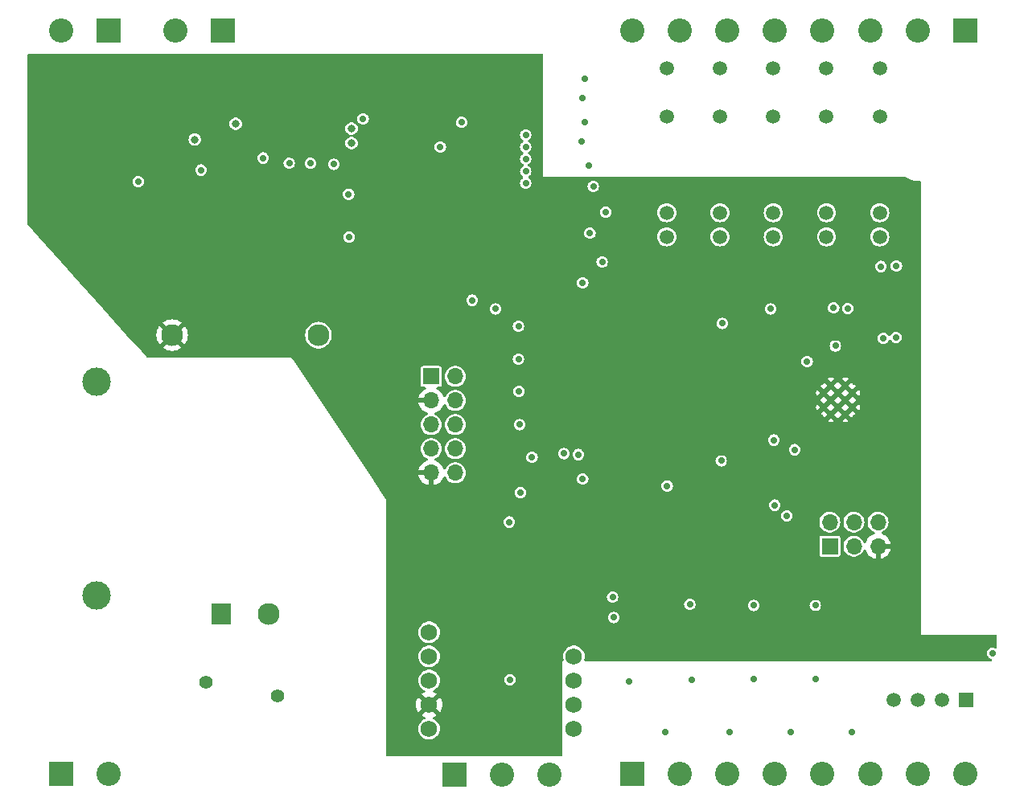
<source format=gbr>
%TF.GenerationSoftware,KiCad,Pcbnew,7.0.5*%
%TF.CreationDate,2023-07-28T21:19:53-04:00*%
%TF.ProjectId,proyecto de cuatrinestre,70726f79-6563-4746-9f20-646520637561,rev?*%
%TF.SameCoordinates,Original*%
%TF.FileFunction,Copper,L2,Inr*%
%TF.FilePolarity,Positive*%
%FSLAX46Y46*%
G04 Gerber Fmt 4.6, Leading zero omitted, Abs format (unit mm)*
G04 Created by KiCad (PCBNEW 7.0.5) date 2023-07-28 21:19:53*
%MOMM*%
%LPD*%
G01*
G04 APERTURE LIST*
%TA.AperFunction,ComponentPad*%
%ADD10R,1.508000X1.508000*%
%TD*%
%TA.AperFunction,ComponentPad*%
%ADD11C,1.508000*%
%TD*%
%TA.AperFunction,ComponentPad*%
%ADD12C,3.000000*%
%TD*%
%TA.AperFunction,HeatsinkPad*%
%ADD13C,0.600000*%
%TD*%
%TA.AperFunction,ComponentPad*%
%ADD14R,2.550000X2.550000*%
%TD*%
%TA.AperFunction,ComponentPad*%
%ADD15C,2.550000*%
%TD*%
%TA.AperFunction,ComponentPad*%
%ADD16R,2.000000X2.300000*%
%TD*%
%TA.AperFunction,ComponentPad*%
%ADD17C,2.300000*%
%TD*%
%TA.AperFunction,ComponentPad*%
%ADD18C,1.500000*%
%TD*%
%TA.AperFunction,ComponentPad*%
%ADD19C,1.750000*%
%TD*%
%TA.AperFunction,ComponentPad*%
%ADD20R,1.700000X1.700000*%
%TD*%
%TA.AperFunction,ComponentPad*%
%ADD21O,1.700000X1.700000*%
%TD*%
%TA.AperFunction,ComponentPad*%
%ADD22C,1.400000*%
%TD*%
%TA.AperFunction,ViaPad*%
%ADD23C,0.700000*%
%TD*%
%TA.AperFunction,ViaPad*%
%ADD24C,0.800000*%
%TD*%
G04 APERTURE END LIST*
D10*
%TO.N,GND*%
%TO.C,U16*%
X260302500Y-180600000D03*
D11*
%TO.N,VDD*%
X257762500Y-180600000D03*
%TO.N,GNDA*%
X255222500Y-180600000D03*
%TO.N,+3V3*%
X252682500Y-180600000D03*
%TD*%
D12*
%TO.N,Net-(PS1-AC{slash}N)*%
%TO.C,F3*%
X168710000Y-147100000D03*
%TO.N,/ROOMLINK/CON-L1*%
X168710000Y-169600000D03*
%TD*%
D13*
%TO.N,GND*%
%TO.C,U17*%
X247552500Y-147465000D03*
X246027500Y-147465000D03*
X248315000Y-148227500D03*
X246790000Y-148227500D03*
X245265000Y-148227500D03*
X247552500Y-148990000D03*
X246027500Y-148990000D03*
X248315000Y-149752500D03*
X246790000Y-149752500D03*
X245265000Y-149752500D03*
X247552500Y-150515000D03*
X246027500Y-150515000D03*
%TD*%
D14*
%TO.N,/ROOMLINK/RGND*%
%TO.C,J4*%
X206408000Y-188468000D03*
D15*
%TO.N,/ROOMLINK/CON-B+*%
X211408000Y-188468000D03*
%TO.N,/ROOMLINK/CON-A-*%
X216408000Y-188468000D03*
%TD*%
D16*
%TO.N,/ROOMLINK/CON-NEUT*%
%TO.C,PS1*%
X181900000Y-171550000D03*
D17*
%TO.N,Net-(PS1-AC{slash}N)*%
X186900000Y-171550000D03*
%TO.N,GND*%
X176700000Y-142150000D03*
%TO.N,+12V*%
X192100000Y-142150000D03*
%TD*%
D14*
%TO.N,/ROOMLINK/CON-L1*%
%TO.C,J1*%
X165040000Y-188380000D03*
D15*
%TO.N,/ROOMLINK/CON-NEUT*%
X170040000Y-188380000D03*
%TD*%
D18*
%TO.N,+12V*%
%TO.C,U8*%
X251180000Y-131810000D03*
%TO.N,Net-(D5-K)*%
X251180000Y-129270000D03*
%TO.N,/ROOMLINK/CON-OUT2A*%
X251180000Y-119110000D03*
%TO.N,/ROOMLINK/CON-OUT2B*%
X251180000Y-114030000D03*
%TD*%
D14*
%TO.N,/ROOMLINK/CON-DC+*%
%TO.C,J2*%
X170030000Y-110087500D03*
D15*
%TO.N,/ROOMLINK/CON-DC-*%
X165030000Y-110087500D03*
%TD*%
D19*
%TO.N,VDD*%
%TO.C,U1*%
X203747000Y-183618000D03*
%TO.N,GND*%
X203747000Y-181078000D03*
%TO.N,/ROOMLINK/CONTROL/Tx_RS485_eXT*%
X203747000Y-178538000D03*
%TO.N,/ROOMLINK/CONTROL/Rx_RS485_eXT*%
X203747000Y-175998000D03*
%TO.N,/ROOMLINK/CONTROL/CON_RS485_eXT*%
X203747000Y-173458000D03*
%TO.N,Net-(U1-Vo)*%
X218987000Y-175998000D03*
%TO.N,Net-(D11-A1)*%
X218987000Y-178538000D03*
%TO.N,Net-(D11-A2)*%
X218987000Y-181078000D03*
%TO.N,/ROOMLINK/RGND*%
X218987000Y-183618000D03*
%TD*%
D18*
%TO.N,+12V*%
%TO.C,U11*%
X239970000Y-131810000D03*
%TO.N,Net-(D7-K)*%
X239970000Y-129270000D03*
%TO.N,/ROOMLINK/CON-FAN-C*%
X239970000Y-119110000D03*
%TO.N,/ROOMLINK/CON-FAN3*%
X239970000Y-114030000D03*
%TD*%
D20*
%TO.N,Net-(J8-VTRef)*%
%TO.C,J8*%
X203962000Y-146507200D03*
D21*
%TO.N,TMS*%
X206502000Y-146507200D03*
%TO.N,GND*%
X203962000Y-149047200D03*
%TO.N,TCK*%
X206502000Y-149047200D03*
%TO.N,unconnected-(J8-Pad5)*%
X203962000Y-151587200D03*
%TO.N,TDO*%
X206502000Y-151587200D03*
%TO.N,unconnected-(J8-Pad7)*%
X203962000Y-154127200D03*
%TO.N,TDI*%
X206502000Y-154127200D03*
%TO.N,GND*%
X203962000Y-156667200D03*
%TO.N,nRESET*%
X206502000Y-156667200D03*
%TD*%
D18*
%TO.N,+12V*%
%TO.C,U7*%
X245575000Y-131810000D03*
%TO.N,Net-(D6-K)*%
X245575000Y-129270000D03*
%TO.N,/ROOMLINK/CON-OUT1A*%
X245575000Y-119110000D03*
%TO.N,/ROOMLINK/CON-OUT1B*%
X245575000Y-114030000D03*
%TD*%
D14*
%TO.N,/ROOMLINK/CON-OUT2A*%
%TO.C,J5*%
X260150000Y-110087500D03*
D15*
%TO.N,/ROOMLINK/CON-OUT2B*%
X255150000Y-110087500D03*
%TO.N,/ROOMLINK/CON-OUT1A*%
X250150000Y-110087500D03*
%TO.N,/ROOMLINK/CON-OUT1B*%
X245150000Y-110087500D03*
%TO.N,/ROOMLINK/CON-FAN3*%
X240150000Y-110087500D03*
%TO.N,/ROOMLINK/CON-FAN2*%
X235150000Y-110087500D03*
%TO.N,/ROOMLINK/CON-FAN1*%
X230150000Y-110087500D03*
%TO.N,/ROOMLINK/CON-FAN-C*%
X225150000Y-110087500D03*
%TD*%
D18*
%TO.N,+12V*%
%TO.C,U9*%
X228760000Y-131810000D03*
%TO.N,Net-(D9-K)*%
X228760000Y-129270000D03*
%TO.N,/ROOMLINK/CON-FAN-C*%
X228760000Y-119110000D03*
%TO.N,/ROOMLINK/CON-FAN1*%
X228760000Y-114030000D03*
%TD*%
D20*
%TO.N,VDD*%
%TO.C,J7*%
X245922800Y-164388800D03*
D21*
%TO.N,Net-(J7-Pin_2)*%
X245922800Y-161848800D03*
%TO.N,Net-(J7-Pin_3)*%
X248462800Y-164388800D03*
%TO.N,Net-(J7-Pin_4)*%
X248462800Y-161848800D03*
%TO.N,GND*%
X251002800Y-164388800D03*
%TO.N,Net-(J7-Pin_6)*%
X251002800Y-161848800D03*
%TD*%
D14*
%TO.N,/ROOMLINK/CON-IN4-*%
%TO.C,J6*%
X225150000Y-188380000D03*
D15*
%TO.N,/ROOMLINK/CON-IN4+*%
X230150000Y-188380000D03*
%TO.N,/ROOMLINK/CON-IN3-*%
X235150000Y-188380000D03*
%TO.N,/ROOMLINK/CON-IN3+*%
X240150000Y-188380000D03*
%TO.N,/ROOMLINK/CON-IN2-*%
X245150000Y-188380000D03*
%TO.N,/ROOMLINK/CON-IN2+*%
X250150000Y-188380000D03*
%TO.N,/ROOMLINK/CON-IN1-*%
X255150000Y-188380000D03*
%TO.N,/ROOMLINK/CON-IN1+*%
X260150000Y-188380000D03*
%TD*%
D22*
%TO.N,/ROOMLINK/CON-NEUT*%
%TO.C,RV1*%
X180250000Y-178700000D03*
%TO.N,Net-(PS1-AC{slash}N)*%
X187750000Y-180200000D03*
%TD*%
D14*
%TO.N,/ROOMLINK/CON-LCDA-*%
%TO.C,J3*%
X182000000Y-110087500D03*
D15*
%TO.N,/ROOMLINK/CON-LCDB+*%
X177000000Y-110087500D03*
%TD*%
D18*
%TO.N,+12V*%
%TO.C,U10*%
X234365000Y-131810000D03*
%TO.N,Net-(D8-K)*%
X234365000Y-129270000D03*
%TO.N,/ROOMLINK/CON-FAN-C*%
X234365000Y-119110000D03*
%TO.N,/ROOMLINK/CON-FAN2*%
X234365000Y-114030000D03*
%TD*%
D23*
%TO.N,GND*%
X184500000Y-123500000D03*
X187250000Y-121070500D03*
X242000000Y-174250000D03*
X173250000Y-134500000D03*
X228750000Y-174750000D03*
X259250000Y-174250000D03*
X191750000Y-119500000D03*
X254750000Y-134750000D03*
X235250000Y-174500000D03*
X248250000Y-174500000D03*
X238750000Y-144750000D03*
X188750000Y-125500000D03*
X189250000Y-133500000D03*
X183250000Y-134250000D03*
X181500000Y-113750000D03*
X254250000Y-142500000D03*
X201250000Y-149000000D03*
X166750000Y-116500000D03*
X179750000Y-135250000D03*
X254000000Y-156250000D03*
%TO.N,nRESET*%
X219456000Y-154736800D03*
X251561600Y-142494000D03*
%TO.N,+12V*%
X221030800Y-126492000D03*
X219760800Y-121767600D03*
X220675200Y-131419600D03*
X219862400Y-117195600D03*
X219913200Y-136652000D03*
X195326000Y-131826000D03*
%TO.N,/ROOMLINK/CONTROL/INPUT_4_MICRO*%
X228803200Y-158038800D03*
X234492800Y-155397200D03*
%TO.N,Net-(D5-K)*%
X213918800Y-121056400D03*
X220100800Y-115148000D03*
%TO.N,Net-(D6-K)*%
X220151600Y-119720000D03*
X213918800Y-122326400D03*
%TO.N,Net-(D7-K)*%
X213918800Y-123596400D03*
X220558000Y-124292000D03*
%TO.N,Net-(D8-K)*%
X213918800Y-124917200D03*
X222332000Y-129204000D03*
%TO.N,Net-(D9-K)*%
X213918800Y-126136400D03*
X221960800Y-134452000D03*
%TO.N,Net-(D11-A2)*%
X212250000Y-178450000D03*
D24*
%TO.N,Net-(D13-A1)*%
X195580000Y-121920000D03*
X179079000Y-121539000D03*
%TO.N,Net-(D13-A2)*%
X195580000Y-120396000D03*
X183388000Y-119888000D03*
D23*
%TO.N,VDD*%
X193700400Y-124155200D03*
X213156800Y-141224000D03*
X213207600Y-148082000D03*
X214579200Y-155041600D03*
X213258400Y-151587200D03*
X252882400Y-142392400D03*
X186283600Y-123494800D03*
X189026800Y-124053600D03*
X179730400Y-124764800D03*
X213156800Y-144678400D03*
X223164400Y-171907200D03*
X173126400Y-125984000D03*
X223062800Y-169773600D03*
X195275200Y-127304800D03*
X252933200Y-134874000D03*
X231190800Y-170535600D03*
X251307600Y-134924800D03*
X244398800Y-170637200D03*
X237896400Y-170637200D03*
X213360000Y-158750000D03*
X263042400Y-175666400D03*
X246329200Y-139293600D03*
X191262000Y-124053600D03*
%TO.N,GNDA*%
X237896400Y-178409600D03*
X244398800Y-178358800D03*
X231394000Y-178460400D03*
X224790000Y-178663600D03*
%TO.N,TDI*%
X234594400Y-140919200D03*
X217932000Y-154635200D03*
%TO.N,+3V3*%
X241808000Y-183997600D03*
X228600000Y-183997600D03*
X248208800Y-183997600D03*
X235407200Y-183997600D03*
%TO.N,/ROOMLINK/CONTROL/RLY_OUT2_MICRO*%
X240030000Y-153212800D03*
X204927200Y-122326400D03*
%TO.N,/ROOMLINK/CONTROL/RLY_OUT1_MICRO*%
X207162400Y-119735600D03*
X242214400Y-154228800D03*
%TO.N,/ROOMLINK/CONTROL/RLY_FAN3_MICRO*%
X210718400Y-139395200D03*
X239674400Y-139395200D03*
%TO.N,/ROOMLINK/CONTROL/CON_RS485_eXT*%
X219913200Y-157319500D03*
X246510000Y-143293500D03*
%TO.N,/ROOMLINK/CONTROL/COM_RS485_LCD*%
X208280000Y-138480800D03*
X247802400Y-139344400D03*
%TO.N,/ROOMLINK/CONTROL/Tx_RS485_LCD*%
X212191600Y-161848800D03*
X241401600Y-161188400D03*
%TO.N,/ROOMLINK/CONTROL/Rx_RS485_lcd*%
X240131600Y-160070800D03*
X196799200Y-119380000D03*
%TO.N,Net-(J7-Pin_3)*%
X243535200Y-144932400D03*
%TD*%
%TA.AperFunction,Conductor*%
%TO.N,GND*%
G36*
X215693039Y-112519685D02*
G01*
X215738794Y-112572489D01*
X215750000Y-112624000D01*
X215750000Y-125500000D01*
X253941028Y-125500000D01*
X254008067Y-125519685D01*
X254021560Y-125529710D01*
X254100961Y-125597525D01*
X254100963Y-125597526D01*
X254100964Y-125597527D01*
X254146083Y-125625176D01*
X254323818Y-125734092D01*
X254323821Y-125734094D01*
X254565282Y-125834110D01*
X254565284Y-125834110D01*
X254565290Y-125834113D01*
X254819437Y-125895128D01*
X255080000Y-125915635D01*
X255340563Y-125895128D01*
X255347047Y-125893571D01*
X255416829Y-125897058D01*
X255473649Y-125937718D01*
X255499466Y-126002643D01*
X255500000Y-126014142D01*
X255500000Y-173750000D01*
X263376000Y-173750000D01*
X263443039Y-173769685D01*
X263488794Y-173822489D01*
X263500000Y-173874000D01*
X263500000Y-175020388D01*
X263480315Y-175087427D01*
X263427511Y-175133182D01*
X263358353Y-175143126D01*
X263328548Y-175134949D01*
X263199165Y-175081357D01*
X263199160Y-175081355D01*
X263042401Y-175060718D01*
X263042399Y-175060718D01*
X262885639Y-175081355D01*
X262885637Y-175081356D01*
X262739560Y-175141863D01*
X262614118Y-175238118D01*
X262517863Y-175363560D01*
X262457356Y-175509637D01*
X262457355Y-175509639D01*
X262436718Y-175666398D01*
X262436718Y-175666401D01*
X262457355Y-175823160D01*
X262457356Y-175823162D01*
X262512793Y-175957000D01*
X262517864Y-175969241D01*
X262614118Y-176094682D01*
X262739559Y-176190936D01*
X262885638Y-176251444D01*
X262897922Y-176253061D01*
X262961818Y-176281328D01*
X263000289Y-176339652D01*
X263001120Y-176409517D01*
X262964048Y-176468740D01*
X262900842Y-176498519D01*
X262881736Y-176500000D01*
X220178542Y-176500000D01*
X220111503Y-176480315D01*
X220065748Y-176427511D01*
X220055804Y-176358353D01*
X220059276Y-176342066D01*
X220083472Y-176257023D01*
X220098076Y-176205696D01*
X220117322Y-175998000D01*
X220098076Y-175790304D01*
X220040994Y-175589681D01*
X219948019Y-175402962D01*
X219822318Y-175236507D01*
X219668171Y-175095984D01*
X219490828Y-174986177D01*
X219490827Y-174986176D01*
X219348609Y-174931081D01*
X219296327Y-174910827D01*
X219091293Y-174872500D01*
X218882707Y-174872500D01*
X218677673Y-174910827D01*
X218677670Y-174910827D01*
X218677670Y-174910828D01*
X218483172Y-174986176D01*
X218483171Y-174986177D01*
X218305827Y-175095985D01*
X218151683Y-175236505D01*
X218025981Y-175402961D01*
X217933007Y-175589677D01*
X217875923Y-175790308D01*
X217856678Y-175997999D01*
X217856678Y-175998000D01*
X217875923Y-176205695D01*
X217875924Y-176205698D01*
X217914724Y-176342066D01*
X217914137Y-176411933D01*
X217875870Y-176470392D01*
X217812073Y-176498882D01*
X217795458Y-176500000D01*
X217750000Y-176500000D01*
X217750000Y-186376000D01*
X217730315Y-186443039D01*
X217677511Y-186488794D01*
X217626000Y-186500000D01*
X199374000Y-186500000D01*
X199306961Y-186480315D01*
X199261206Y-186427511D01*
X199250000Y-186376000D01*
X199250000Y-181078006D01*
X202367288Y-181078006D01*
X202386103Y-181305085D01*
X202386105Y-181305093D01*
X202442045Y-181525993D01*
X202533577Y-181734664D01*
X202533579Y-181734668D01*
X202613874Y-181857570D01*
X203184226Y-181287218D01*
X203222901Y-181380588D01*
X203319075Y-181505925D01*
X203444412Y-181602099D01*
X203537779Y-181640772D01*
X202966015Y-182212536D01*
X202966016Y-182212537D01*
X202992366Y-182233046D01*
X202992372Y-182233050D01*
X203192769Y-182341499D01*
X203192779Y-182341504D01*
X203260565Y-182364775D01*
X203317580Y-182405160D01*
X203343711Y-182469960D01*
X203330660Y-182538600D01*
X203282571Y-182589287D01*
X203265098Y-182597682D01*
X203243175Y-182606175D01*
X203243171Y-182606177D01*
X203065827Y-182715985D01*
X202911683Y-182856505D01*
X202785981Y-183022961D01*
X202693007Y-183209677D01*
X202635923Y-183410308D01*
X202616678Y-183617999D01*
X202616678Y-183618000D01*
X202635923Y-183825691D01*
X202635923Y-183825693D01*
X202635924Y-183825696D01*
X202693006Y-184026319D01*
X202785981Y-184213038D01*
X202911682Y-184379493D01*
X203065829Y-184520016D01*
X203243172Y-184629823D01*
X203437673Y-184705173D01*
X203642707Y-184743500D01*
X203642710Y-184743500D01*
X203851290Y-184743500D01*
X203851293Y-184743500D01*
X204056327Y-184705173D01*
X204250828Y-184629823D01*
X204428171Y-184520016D01*
X204582318Y-184379493D01*
X204708019Y-184213038D01*
X204800994Y-184026319D01*
X204858076Y-183825696D01*
X204877322Y-183618000D01*
X204858076Y-183410304D01*
X204800994Y-183209681D01*
X204708019Y-183022962D01*
X204582318Y-182856507D01*
X204428171Y-182715984D01*
X204250828Y-182606177D01*
X204250821Y-182606173D01*
X204228902Y-182597682D01*
X204173501Y-182555109D01*
X204149911Y-182489342D01*
X204165623Y-182421262D01*
X204215647Y-182372483D01*
X204233435Y-182364774D01*
X204301227Y-182341501D01*
X204301230Y-182341499D01*
X204501633Y-182233047D01*
X204527982Y-182212537D01*
X204527982Y-182212536D01*
X203956220Y-181640772D01*
X204049588Y-181602099D01*
X204174925Y-181505925D01*
X204271099Y-181380589D01*
X204309773Y-181287219D01*
X204880125Y-181857571D01*
X204960420Y-181734669D01*
X205051954Y-181525993D01*
X205107894Y-181305093D01*
X205107896Y-181305085D01*
X205126712Y-181078006D01*
X205126712Y-181077993D01*
X205107896Y-180850914D01*
X205107894Y-180850906D01*
X205051954Y-180630006D01*
X204960420Y-180421330D01*
X204880124Y-180298427D01*
X204309772Y-180868779D01*
X204271099Y-180775412D01*
X204174925Y-180650075D01*
X204049588Y-180553901D01*
X203956219Y-180515226D01*
X204527983Y-179943462D01*
X204527983Y-179943461D01*
X204501632Y-179922952D01*
X204501627Y-179922949D01*
X204301230Y-179814500D01*
X204301223Y-179814497D01*
X204233433Y-179791224D01*
X204176418Y-179750838D01*
X204150288Y-179686038D01*
X204163340Y-179617398D01*
X204211429Y-179566711D01*
X204228899Y-179558318D01*
X204250828Y-179549823D01*
X204428171Y-179440016D01*
X204582318Y-179299493D01*
X204708019Y-179133038D01*
X204800994Y-178946319D01*
X204858076Y-178745696D01*
X204877322Y-178538000D01*
X204869168Y-178450001D01*
X211644318Y-178450001D01*
X211664955Y-178606760D01*
X211664956Y-178606762D01*
X211703576Y-178700000D01*
X211725464Y-178752841D01*
X211821718Y-178878282D01*
X211947159Y-178974536D01*
X212093238Y-179035044D01*
X212171618Y-179045362D01*
X212249999Y-179055682D01*
X212250000Y-179055682D01*
X212250001Y-179055682D01*
X212302253Y-179048802D01*
X212406762Y-179035044D01*
X212552841Y-178974536D01*
X212678282Y-178878282D01*
X212774536Y-178752841D01*
X212835044Y-178606762D01*
X212855682Y-178450000D01*
X212835044Y-178293238D01*
X212774536Y-178147159D01*
X212678282Y-178021718D01*
X212552841Y-177925464D01*
X212505522Y-177905864D01*
X212406762Y-177864956D01*
X212406760Y-177864955D01*
X212250001Y-177844318D01*
X212249999Y-177844318D01*
X212093239Y-177864955D01*
X212093237Y-177864956D01*
X211947160Y-177925463D01*
X211821718Y-178021718D01*
X211725463Y-178147160D01*
X211664956Y-178293237D01*
X211664955Y-178293239D01*
X211644318Y-178449998D01*
X211644318Y-178450001D01*
X204869168Y-178450001D01*
X204858076Y-178330304D01*
X204800994Y-178129681D01*
X204708019Y-177942962D01*
X204582318Y-177776507D01*
X204556661Y-177753118D01*
X204428172Y-177635985D01*
X204428171Y-177635984D01*
X204250828Y-177526177D01*
X204250827Y-177526176D01*
X204108609Y-177471081D01*
X204056327Y-177450827D01*
X203851293Y-177412500D01*
X203642707Y-177412500D01*
X203437673Y-177450827D01*
X203437670Y-177450827D01*
X203437670Y-177450828D01*
X203243172Y-177526176D01*
X203243171Y-177526177D01*
X203065827Y-177635985D01*
X202911683Y-177776505D01*
X202785981Y-177942961D01*
X202693007Y-178129677D01*
X202693005Y-178129681D01*
X202693006Y-178129681D01*
X202646471Y-178293237D01*
X202635923Y-178330308D01*
X202616678Y-178537999D01*
X202616678Y-178538000D01*
X202635923Y-178745691D01*
X202635923Y-178745693D01*
X202635924Y-178745696D01*
X202662153Y-178837882D01*
X202693007Y-178946322D01*
X202752641Y-179066082D01*
X202785981Y-179133038D01*
X202911682Y-179299493D01*
X203065829Y-179440016D01*
X203243172Y-179549823D01*
X203243174Y-179549823D01*
X203243178Y-179549826D01*
X203265094Y-179558316D01*
X203320496Y-179600888D01*
X203344088Y-179666654D01*
X203328378Y-179734735D01*
X203278354Y-179783514D01*
X203260566Y-179791224D01*
X203192777Y-179814496D01*
X203192769Y-179814500D01*
X202992373Y-179922948D01*
X202966016Y-179943462D01*
X203537780Y-180515226D01*
X203444412Y-180553901D01*
X203319075Y-180650075D01*
X203222901Y-180775411D01*
X203184226Y-180868780D01*
X202613874Y-180298428D01*
X202533578Y-180421333D01*
X202533577Y-180421335D01*
X202442045Y-180630006D01*
X202386105Y-180850906D01*
X202386103Y-180850914D01*
X202367288Y-181077993D01*
X202367288Y-181078006D01*
X199250000Y-181078006D01*
X199250000Y-175998000D01*
X202616678Y-175998000D01*
X202635923Y-176205691D01*
X202635923Y-176205693D01*
X202635924Y-176205696D01*
X202679359Y-176358353D01*
X202693007Y-176406322D01*
X202785981Y-176593038D01*
X202911682Y-176759493D01*
X203065829Y-176900016D01*
X203243172Y-177009823D01*
X203437673Y-177085173D01*
X203642707Y-177123500D01*
X203642710Y-177123500D01*
X203851290Y-177123500D01*
X203851293Y-177123500D01*
X204056327Y-177085173D01*
X204250828Y-177009823D01*
X204428171Y-176900016D01*
X204582318Y-176759493D01*
X204708019Y-176593038D01*
X204800994Y-176406319D01*
X204858076Y-176205696D01*
X204877322Y-175998000D01*
X204858076Y-175790304D01*
X204800994Y-175589681D01*
X204708019Y-175402962D01*
X204582318Y-175236507D01*
X204428171Y-175095984D01*
X204250828Y-174986177D01*
X204250827Y-174986176D01*
X204108609Y-174931081D01*
X204056327Y-174910827D01*
X203851293Y-174872500D01*
X203642707Y-174872500D01*
X203437673Y-174910827D01*
X203437670Y-174910827D01*
X203437670Y-174910828D01*
X203243172Y-174986176D01*
X203243171Y-174986177D01*
X203065827Y-175095985D01*
X202911683Y-175236505D01*
X202785981Y-175402961D01*
X202693007Y-175589677D01*
X202635923Y-175790308D01*
X202616678Y-175997999D01*
X202616678Y-175998000D01*
X199250000Y-175998000D01*
X199250000Y-173458000D01*
X202616678Y-173458000D01*
X202635923Y-173665691D01*
X202635923Y-173665693D01*
X202635924Y-173665696D01*
X202693006Y-173866319D01*
X202693007Y-173866322D01*
X202777964Y-174036937D01*
X202785981Y-174053038D01*
X202911682Y-174219493D01*
X203065829Y-174360016D01*
X203243172Y-174469823D01*
X203437673Y-174545173D01*
X203642707Y-174583500D01*
X203642710Y-174583500D01*
X203851290Y-174583500D01*
X203851293Y-174583500D01*
X204056327Y-174545173D01*
X204250828Y-174469823D01*
X204428171Y-174360016D01*
X204582318Y-174219493D01*
X204708019Y-174053038D01*
X204800994Y-173866319D01*
X204858076Y-173665696D01*
X204877322Y-173458000D01*
X204858076Y-173250304D01*
X204800994Y-173049681D01*
X204708019Y-172862962D01*
X204582318Y-172696507D01*
X204540550Y-172658431D01*
X204428172Y-172555985D01*
X204428171Y-172555984D01*
X204250828Y-172446177D01*
X204250827Y-172446176D01*
X204108609Y-172391081D01*
X204056327Y-172370827D01*
X203851293Y-172332500D01*
X203642707Y-172332500D01*
X203437673Y-172370827D01*
X203437670Y-172370827D01*
X203437670Y-172370828D01*
X203243172Y-172446176D01*
X203243171Y-172446177D01*
X203065827Y-172555985D01*
X202911683Y-172696505D01*
X202785981Y-172862961D01*
X202693007Y-173049677D01*
X202635923Y-173250308D01*
X202616678Y-173457999D01*
X202616678Y-173458000D01*
X199250000Y-173458000D01*
X199250000Y-171907201D01*
X222558718Y-171907201D01*
X222579355Y-172063960D01*
X222579356Y-172063962D01*
X222639864Y-172210041D01*
X222736118Y-172335482D01*
X222861559Y-172431736D01*
X223007638Y-172492244D01*
X223086018Y-172502562D01*
X223164399Y-172512882D01*
X223164400Y-172512882D01*
X223164401Y-172512882D01*
X223216653Y-172506002D01*
X223321162Y-172492244D01*
X223467241Y-172431736D01*
X223592682Y-172335482D01*
X223688936Y-172210041D01*
X223749444Y-172063962D01*
X223770082Y-171907200D01*
X223749444Y-171750438D01*
X223688936Y-171604359D01*
X223592682Y-171478918D01*
X223467241Y-171382664D01*
X223389590Y-171350500D01*
X223321162Y-171322156D01*
X223321160Y-171322155D01*
X223164401Y-171301518D01*
X223164399Y-171301518D01*
X223007639Y-171322155D01*
X223007637Y-171322156D01*
X222861560Y-171382663D01*
X222736118Y-171478918D01*
X222639863Y-171604360D01*
X222579356Y-171750437D01*
X222579355Y-171750439D01*
X222558718Y-171907198D01*
X222558718Y-171907201D01*
X199250000Y-171907201D01*
X199250000Y-170535601D01*
X230585118Y-170535601D01*
X230605755Y-170692360D01*
X230605756Y-170692362D01*
X230666264Y-170838441D01*
X230762518Y-170963882D01*
X230887959Y-171060136D01*
X231034038Y-171120644D01*
X231112418Y-171130962D01*
X231190799Y-171141282D01*
X231190800Y-171141282D01*
X231190801Y-171141282D01*
X231243054Y-171134402D01*
X231347562Y-171120644D01*
X231493641Y-171060136D01*
X231619082Y-170963882D01*
X231715336Y-170838441D01*
X231775844Y-170692362D01*
X231783106Y-170637201D01*
X237290718Y-170637201D01*
X237311355Y-170793960D01*
X237311356Y-170793962D01*
X237371864Y-170940041D01*
X237468118Y-171065482D01*
X237593559Y-171161736D01*
X237739638Y-171222244D01*
X237818018Y-171232562D01*
X237896399Y-171242882D01*
X237896400Y-171242882D01*
X237896401Y-171242882D01*
X237963387Y-171234063D01*
X238053162Y-171222244D01*
X238199241Y-171161736D01*
X238324682Y-171065482D01*
X238420936Y-170940041D01*
X238481444Y-170793962D01*
X238502082Y-170637201D01*
X243793118Y-170637201D01*
X243813755Y-170793960D01*
X243813756Y-170793962D01*
X243874264Y-170940041D01*
X243970518Y-171065482D01*
X244095959Y-171161736D01*
X244242038Y-171222244D01*
X244320418Y-171232562D01*
X244398799Y-171242882D01*
X244398800Y-171242882D01*
X244398801Y-171242882D01*
X244465787Y-171234063D01*
X244555562Y-171222244D01*
X244701641Y-171161736D01*
X244827082Y-171065482D01*
X244923336Y-170940041D01*
X244983844Y-170793962D01*
X245004482Y-170637200D01*
X244983844Y-170480438D01*
X244923336Y-170334359D01*
X244827082Y-170208918D01*
X244701641Y-170112664D01*
X244555562Y-170052156D01*
X244555560Y-170052155D01*
X244398801Y-170031518D01*
X244398799Y-170031518D01*
X244242039Y-170052155D01*
X244242037Y-170052156D01*
X244095960Y-170112663D01*
X243970518Y-170208918D01*
X243874263Y-170334360D01*
X243813756Y-170480437D01*
X243813755Y-170480439D01*
X243793118Y-170637198D01*
X243793118Y-170637201D01*
X238502082Y-170637201D01*
X238502082Y-170637200D01*
X238481444Y-170480438D01*
X238420936Y-170334359D01*
X238324682Y-170208918D01*
X238199241Y-170112664D01*
X238053162Y-170052156D01*
X238053160Y-170052155D01*
X237896401Y-170031518D01*
X237896399Y-170031518D01*
X237739639Y-170052155D01*
X237739637Y-170052156D01*
X237593560Y-170112663D01*
X237468118Y-170208918D01*
X237371863Y-170334360D01*
X237311356Y-170480437D01*
X237311355Y-170480439D01*
X237290718Y-170637198D01*
X237290718Y-170637201D01*
X231783106Y-170637201D01*
X231796482Y-170535600D01*
X231775844Y-170378838D01*
X231715336Y-170232759D01*
X231619082Y-170107318D01*
X231493641Y-170011064D01*
X231347562Y-169950556D01*
X231347560Y-169950555D01*
X231190801Y-169929918D01*
X231190799Y-169929918D01*
X231034039Y-169950555D01*
X231034037Y-169950556D01*
X230887960Y-170011063D01*
X230762518Y-170107318D01*
X230666263Y-170232760D01*
X230605756Y-170378837D01*
X230605755Y-170378839D01*
X230585118Y-170535598D01*
X230585118Y-170535601D01*
X199250000Y-170535601D01*
X199250000Y-169773601D01*
X222457118Y-169773601D01*
X222477755Y-169930360D01*
X222477756Y-169930362D01*
X222511183Y-170011063D01*
X222538264Y-170076441D01*
X222634518Y-170201882D01*
X222759959Y-170298136D01*
X222906038Y-170358644D01*
X222928818Y-170361643D01*
X223062799Y-170379282D01*
X223062800Y-170379282D01*
X223062801Y-170379282D01*
X223115054Y-170372402D01*
X223219562Y-170358644D01*
X223365641Y-170298136D01*
X223491082Y-170201882D01*
X223587336Y-170076441D01*
X223647844Y-169930362D01*
X223668482Y-169773600D01*
X223647844Y-169616838D01*
X223587336Y-169470759D01*
X223491082Y-169345318D01*
X223365641Y-169249064D01*
X223219562Y-169188556D01*
X223219560Y-169188555D01*
X223062801Y-169167918D01*
X223062799Y-169167918D01*
X222906039Y-169188555D01*
X222906037Y-169188556D01*
X222759960Y-169249063D01*
X222634518Y-169345318D01*
X222538263Y-169470760D01*
X222477756Y-169616837D01*
X222477755Y-169616839D01*
X222457118Y-169773598D01*
X222457118Y-169773601D01*
X199250000Y-169773601D01*
X199250000Y-165263476D01*
X244822299Y-165263476D01*
X244822300Y-165263478D01*
X244836832Y-165336535D01*
X244836833Y-165336539D01*
X244836834Y-165336540D01*
X244892199Y-165419401D01*
X244975060Y-165474766D01*
X244975064Y-165474767D01*
X245048121Y-165489299D01*
X245048124Y-165489300D01*
X245048126Y-165489300D01*
X246797476Y-165489300D01*
X246797477Y-165489299D01*
X246870540Y-165474766D01*
X246953401Y-165419401D01*
X247008766Y-165336540D01*
X247023300Y-165263474D01*
X247023300Y-164388800D01*
X247357585Y-164388800D01*
X247376402Y-164591882D01*
X247432217Y-164788047D01*
X247432222Y-164788060D01*
X247523127Y-164970621D01*
X247646037Y-165133381D01*
X247796758Y-165270780D01*
X247796760Y-165270782D01*
X247895941Y-165332192D01*
X247970163Y-165378148D01*
X248160344Y-165451824D01*
X248360824Y-165489300D01*
X248360826Y-165489300D01*
X248564774Y-165489300D01*
X248564776Y-165489300D01*
X248765256Y-165451824D01*
X248955437Y-165378148D01*
X249128841Y-165270781D01*
X249279564Y-165133379D01*
X249402473Y-164970621D01*
X249489616Y-164795612D01*
X249537119Y-164744375D01*
X249604782Y-164726953D01*
X249671123Y-164748878D01*
X249715078Y-164803189D01*
X249720392Y-164818789D01*
X249729367Y-164852285D01*
X249729370Y-164852292D01*
X249829199Y-165066378D01*
X249964694Y-165259882D01*
X250131717Y-165426905D01*
X250325221Y-165562400D01*
X250539307Y-165662229D01*
X250539316Y-165662233D01*
X250752800Y-165719434D01*
X250752800Y-164824301D01*
X250860485Y-164873480D01*
X250967037Y-164888800D01*
X251038563Y-164888800D01*
X251145115Y-164873480D01*
X251252799Y-164824301D01*
X251252799Y-165719433D01*
X251466283Y-165662233D01*
X251466292Y-165662229D01*
X251680378Y-165562400D01*
X251873882Y-165426905D01*
X252040905Y-165259882D01*
X252176400Y-165066378D01*
X252276229Y-164852292D01*
X252276232Y-164852286D01*
X252333436Y-164638800D01*
X251436486Y-164638800D01*
X251462293Y-164598644D01*
X251502800Y-164460689D01*
X251502800Y-164316911D01*
X251462293Y-164178956D01*
X251436486Y-164138800D01*
X252333436Y-164138800D01*
X252333435Y-164138799D01*
X252276232Y-163925313D01*
X252276229Y-163925307D01*
X252176400Y-163711222D01*
X252176399Y-163711220D01*
X252040913Y-163517726D01*
X252040908Y-163517720D01*
X251873882Y-163350694D01*
X251680378Y-163215199D01*
X251466292Y-163115370D01*
X251466277Y-163115364D01*
X251427214Y-163104897D01*
X251367554Y-163068532D01*
X251337026Y-163005685D01*
X251345321Y-162936309D01*
X251389807Y-162882432D01*
X251414510Y-162869498D01*
X251495437Y-162838148D01*
X251668841Y-162730781D01*
X251819564Y-162593379D01*
X251942473Y-162430621D01*
X252033382Y-162248050D01*
X252089197Y-162051883D01*
X252108015Y-161848800D01*
X252089197Y-161645717D01*
X252033382Y-161449550D01*
X251942473Y-161266979D01*
X251819564Y-161104221D01*
X251819562Y-161104218D01*
X251668841Y-160966819D01*
X251668839Y-160966817D01*
X251495442Y-160859455D01*
X251495435Y-160859451D01*
X251400346Y-160822614D01*
X251305256Y-160785776D01*
X251104776Y-160748300D01*
X250900824Y-160748300D01*
X250700344Y-160785776D01*
X250700341Y-160785776D01*
X250700341Y-160785777D01*
X250510164Y-160859451D01*
X250510157Y-160859455D01*
X250336760Y-160966817D01*
X250336758Y-160966819D01*
X250186037Y-161104218D01*
X250063127Y-161266978D01*
X249972222Y-161449539D01*
X249972217Y-161449552D01*
X249916402Y-161645717D01*
X249897585Y-161848799D01*
X249897585Y-161848800D01*
X249916402Y-162051882D01*
X249972217Y-162248047D01*
X249972222Y-162248060D01*
X250063127Y-162430621D01*
X250186037Y-162593381D01*
X250336758Y-162730780D01*
X250336760Y-162730782D01*
X250435941Y-162792192D01*
X250510163Y-162838148D01*
X250591083Y-162869496D01*
X250646485Y-162912069D01*
X250670076Y-162977835D01*
X250654365Y-163045916D01*
X250604342Y-163094695D01*
X250578386Y-163104897D01*
X250539319Y-163115365D01*
X250539307Y-163115370D01*
X250325222Y-163215199D01*
X250325220Y-163215200D01*
X250131726Y-163350686D01*
X250131720Y-163350691D01*
X249964691Y-163517720D01*
X249964686Y-163517726D01*
X249829200Y-163711220D01*
X249829199Y-163711222D01*
X249729370Y-163925307D01*
X249729368Y-163925311D01*
X249720392Y-163958811D01*
X249684026Y-164018471D01*
X249621179Y-164048999D01*
X249551803Y-164040704D01*
X249497926Y-163996218D01*
X249489617Y-163981988D01*
X249443215Y-163888800D01*
X249402473Y-163806979D01*
X249279564Y-163644221D01*
X249279562Y-163644218D01*
X249128841Y-163506819D01*
X249128839Y-163506817D01*
X248955442Y-163399455D01*
X248955435Y-163399451D01*
X248829569Y-163350691D01*
X248765256Y-163325776D01*
X248564776Y-163288300D01*
X248360824Y-163288300D01*
X248160344Y-163325776D01*
X248160341Y-163325776D01*
X248160341Y-163325777D01*
X247970164Y-163399451D01*
X247970157Y-163399455D01*
X247796760Y-163506817D01*
X247796758Y-163506819D01*
X247646037Y-163644218D01*
X247523127Y-163806978D01*
X247432222Y-163989539D01*
X247432217Y-163989552D01*
X247376402Y-164185717D01*
X247357585Y-164388799D01*
X247357585Y-164388800D01*
X247023300Y-164388800D01*
X247023300Y-163514126D01*
X247023300Y-163514123D01*
X247023299Y-163514121D01*
X247008767Y-163441064D01*
X247008766Y-163441060D01*
X247008765Y-163441060D01*
X246953401Y-163358199D01*
X246870540Y-163302834D01*
X246870539Y-163302833D01*
X246870535Y-163302832D01*
X246797477Y-163288300D01*
X246797474Y-163288300D01*
X245048126Y-163288300D01*
X245048123Y-163288300D01*
X244975064Y-163302832D01*
X244975060Y-163302833D01*
X244892199Y-163358199D01*
X244836833Y-163441060D01*
X244836832Y-163441064D01*
X244822300Y-163514121D01*
X244822299Y-163514123D01*
X244822299Y-165263476D01*
X199250000Y-165263476D01*
X199250000Y-161848801D01*
X211585918Y-161848801D01*
X211606555Y-162005560D01*
X211606556Y-162005562D01*
X211667064Y-162151641D01*
X211763318Y-162277082D01*
X211888759Y-162373336D01*
X212034838Y-162433844D01*
X212113218Y-162444162D01*
X212191599Y-162454482D01*
X212191600Y-162454482D01*
X212191601Y-162454482D01*
X212243853Y-162447602D01*
X212348362Y-162433844D01*
X212494441Y-162373336D01*
X212619882Y-162277082D01*
X212716136Y-162151641D01*
X212776644Y-162005562D01*
X212797282Y-161848800D01*
X244817585Y-161848800D01*
X244836402Y-162051882D01*
X244892217Y-162248047D01*
X244892222Y-162248060D01*
X244983127Y-162430621D01*
X245106037Y-162593381D01*
X245256758Y-162730780D01*
X245256760Y-162730782D01*
X245355941Y-162792192D01*
X245430163Y-162838148D01*
X245620344Y-162911824D01*
X245820824Y-162949300D01*
X245820826Y-162949300D01*
X246024774Y-162949300D01*
X246024776Y-162949300D01*
X246225256Y-162911824D01*
X246415437Y-162838148D01*
X246588841Y-162730781D01*
X246739564Y-162593379D01*
X246862473Y-162430621D01*
X246953382Y-162248050D01*
X247009197Y-162051883D01*
X247028015Y-161848800D01*
X247357585Y-161848800D01*
X247376402Y-162051882D01*
X247432217Y-162248047D01*
X247432222Y-162248060D01*
X247523127Y-162430621D01*
X247646037Y-162593381D01*
X247796758Y-162730780D01*
X247796760Y-162730782D01*
X247895941Y-162792192D01*
X247970163Y-162838148D01*
X248160344Y-162911824D01*
X248360824Y-162949300D01*
X248360826Y-162949300D01*
X248564774Y-162949300D01*
X248564776Y-162949300D01*
X248765256Y-162911824D01*
X248955437Y-162838148D01*
X249128841Y-162730781D01*
X249279564Y-162593379D01*
X249402473Y-162430621D01*
X249493382Y-162248050D01*
X249549197Y-162051883D01*
X249568015Y-161848800D01*
X249549197Y-161645717D01*
X249493382Y-161449550D01*
X249402473Y-161266979D01*
X249279564Y-161104221D01*
X249279562Y-161104218D01*
X249128841Y-160966819D01*
X249128839Y-160966817D01*
X248955442Y-160859455D01*
X248955435Y-160859451D01*
X248860346Y-160822614D01*
X248765256Y-160785776D01*
X248564776Y-160748300D01*
X248360824Y-160748300D01*
X248160344Y-160785776D01*
X248160341Y-160785776D01*
X248160341Y-160785777D01*
X247970164Y-160859451D01*
X247970157Y-160859455D01*
X247796760Y-160966817D01*
X247796758Y-160966819D01*
X247646037Y-161104218D01*
X247523127Y-161266978D01*
X247432222Y-161449539D01*
X247432217Y-161449552D01*
X247376402Y-161645717D01*
X247357585Y-161848799D01*
X247357585Y-161848800D01*
X247028015Y-161848800D01*
X247009197Y-161645717D01*
X246953382Y-161449550D01*
X246862473Y-161266979D01*
X246739564Y-161104221D01*
X246739562Y-161104218D01*
X246588841Y-160966819D01*
X246588839Y-160966817D01*
X246415442Y-160859455D01*
X246415435Y-160859451D01*
X246320346Y-160822614D01*
X246225256Y-160785776D01*
X246024776Y-160748300D01*
X245820824Y-160748300D01*
X245620344Y-160785776D01*
X245620341Y-160785776D01*
X245620341Y-160785777D01*
X245430164Y-160859451D01*
X245430157Y-160859455D01*
X245256760Y-160966817D01*
X245256758Y-160966819D01*
X245106037Y-161104218D01*
X244983127Y-161266978D01*
X244892222Y-161449539D01*
X244892217Y-161449552D01*
X244836402Y-161645717D01*
X244817585Y-161848799D01*
X244817585Y-161848800D01*
X212797282Y-161848800D01*
X212776644Y-161692038D01*
X212716136Y-161545959D01*
X212619882Y-161420518D01*
X212494441Y-161324264D01*
X212348362Y-161263756D01*
X212348360Y-161263755D01*
X212191601Y-161243118D01*
X212191599Y-161243118D01*
X212034839Y-161263755D01*
X212034837Y-161263756D01*
X211888760Y-161324263D01*
X211763318Y-161420518D01*
X211667063Y-161545960D01*
X211606556Y-161692037D01*
X211606555Y-161692039D01*
X211585918Y-161848798D01*
X211585918Y-161848801D01*
X199250000Y-161848801D01*
X199250000Y-161188401D01*
X240795918Y-161188401D01*
X240816555Y-161345160D01*
X240816556Y-161345162D01*
X240847769Y-161420518D01*
X240877064Y-161491241D01*
X240973318Y-161616682D01*
X241098759Y-161712936D01*
X241244838Y-161773444D01*
X241323218Y-161783762D01*
X241401599Y-161794082D01*
X241401600Y-161794082D01*
X241401601Y-161794082D01*
X241453854Y-161787202D01*
X241558362Y-161773444D01*
X241704441Y-161712936D01*
X241829882Y-161616682D01*
X241926136Y-161491241D01*
X241986644Y-161345162D01*
X242007282Y-161188400D01*
X241986644Y-161031638D01*
X241926136Y-160885559D01*
X241829882Y-160760118D01*
X241704441Y-160663864D01*
X241558362Y-160603356D01*
X241558360Y-160603355D01*
X241401601Y-160582718D01*
X241401599Y-160582718D01*
X241244839Y-160603355D01*
X241244837Y-160603356D01*
X241098760Y-160663863D01*
X240973318Y-160760118D01*
X240877063Y-160885560D01*
X240816556Y-161031637D01*
X240816555Y-161031639D01*
X240795918Y-161188398D01*
X240795918Y-161188401D01*
X199250000Y-161188401D01*
X199250000Y-160070801D01*
X239525918Y-160070801D01*
X239546555Y-160227560D01*
X239546556Y-160227562D01*
X239607064Y-160373641D01*
X239703318Y-160499082D01*
X239828759Y-160595336D01*
X239974838Y-160655844D01*
X240035749Y-160663863D01*
X240131599Y-160676482D01*
X240131600Y-160676482D01*
X240131601Y-160676482D01*
X240183853Y-160669602D01*
X240288362Y-160655844D01*
X240434441Y-160595336D01*
X240559882Y-160499082D01*
X240656136Y-160373641D01*
X240716644Y-160227562D01*
X240737282Y-160070800D01*
X240716644Y-159914038D01*
X240656136Y-159767959D01*
X240559882Y-159642518D01*
X240434441Y-159546264D01*
X240288362Y-159485756D01*
X240288360Y-159485755D01*
X240131601Y-159465118D01*
X240131599Y-159465118D01*
X239974839Y-159485755D01*
X239974837Y-159485756D01*
X239828760Y-159546263D01*
X239703318Y-159642518D01*
X239607063Y-159767960D01*
X239546556Y-159914037D01*
X239546555Y-159914039D01*
X239525918Y-160070798D01*
X239525918Y-160070801D01*
X199250000Y-160070801D01*
X199250000Y-159499999D01*
X198750001Y-158750001D01*
X212754318Y-158750001D01*
X212774955Y-158906760D01*
X212774956Y-158906762D01*
X212835464Y-159052841D01*
X212931718Y-159178282D01*
X213057159Y-159274536D01*
X213203238Y-159335044D01*
X213281618Y-159345362D01*
X213359999Y-159355682D01*
X213360000Y-159355682D01*
X213360001Y-159355682D01*
X213412254Y-159348802D01*
X213516762Y-159335044D01*
X213662841Y-159274536D01*
X213788282Y-159178282D01*
X213884536Y-159052841D01*
X213945044Y-158906762D01*
X213965682Y-158750000D01*
X213945044Y-158593238D01*
X213884536Y-158447159D01*
X213788282Y-158321718D01*
X213662841Y-158225464D01*
X213590651Y-158195562D01*
X213516762Y-158164956D01*
X213516760Y-158164955D01*
X213360001Y-158144318D01*
X213359999Y-158144318D01*
X213203239Y-158164955D01*
X213203237Y-158164956D01*
X213057160Y-158225463D01*
X212931718Y-158321718D01*
X212835463Y-158447160D01*
X212774956Y-158593237D01*
X212774955Y-158593239D01*
X212754318Y-158749998D01*
X212754318Y-158750001D01*
X198750001Y-158750001D01*
X198275868Y-158038801D01*
X228197518Y-158038801D01*
X228218155Y-158195560D01*
X228218156Y-158195562D01*
X228270411Y-158321718D01*
X228278664Y-158341641D01*
X228374918Y-158467082D01*
X228500359Y-158563336D01*
X228646438Y-158623844D01*
X228724818Y-158634162D01*
X228803199Y-158644482D01*
X228803200Y-158644482D01*
X228803201Y-158644482D01*
X228855453Y-158637602D01*
X228959962Y-158623844D01*
X229106041Y-158563336D01*
X229231482Y-158467082D01*
X229327736Y-158341641D01*
X229388244Y-158195562D01*
X229408882Y-158038800D01*
X229388244Y-157882038D01*
X229327736Y-157735959D01*
X229231482Y-157610518D01*
X229106041Y-157514264D01*
X229014291Y-157476260D01*
X228959962Y-157453756D01*
X228959960Y-157453755D01*
X228803201Y-157433118D01*
X228803199Y-157433118D01*
X228646439Y-157453755D01*
X228646437Y-157453756D01*
X228500360Y-157514263D01*
X228374918Y-157610518D01*
X228278663Y-157735960D01*
X228218156Y-157882037D01*
X228218155Y-157882039D01*
X228197518Y-158038798D01*
X228197518Y-158038801D01*
X198275868Y-158038801D01*
X197528134Y-156917200D01*
X202631364Y-156917200D01*
X202688567Y-157130686D01*
X202688570Y-157130692D01*
X202788399Y-157344778D01*
X202923894Y-157538282D01*
X203090917Y-157705305D01*
X203284421Y-157840800D01*
X203498507Y-157940629D01*
X203498516Y-157940633D01*
X203712000Y-157997834D01*
X203712000Y-157102701D01*
X203819685Y-157151880D01*
X203926237Y-157167200D01*
X203997763Y-157167200D01*
X204104315Y-157151880D01*
X204212000Y-157102701D01*
X204212000Y-157997833D01*
X204425483Y-157940633D01*
X204425492Y-157940629D01*
X204639578Y-157840800D01*
X204833082Y-157705305D01*
X205000105Y-157538282D01*
X205135600Y-157344778D01*
X205235429Y-157130692D01*
X205235431Y-157130689D01*
X205244406Y-157097192D01*
X205280770Y-157037531D01*
X205343616Y-157007000D01*
X205412992Y-157015294D01*
X205466871Y-157059778D01*
X205475182Y-157074011D01*
X205562327Y-157249021D01*
X205685237Y-157411781D01*
X205835958Y-157549180D01*
X205835960Y-157549182D01*
X205935022Y-157610518D01*
X206009363Y-157656548D01*
X206199544Y-157730224D01*
X206400024Y-157767700D01*
X206400026Y-157767700D01*
X206603974Y-157767700D01*
X206603976Y-157767700D01*
X206804456Y-157730224D01*
X206994637Y-157656548D01*
X207168041Y-157549181D01*
X207318764Y-157411779D01*
X207388449Y-157319501D01*
X219307518Y-157319501D01*
X219328155Y-157476260D01*
X219328156Y-157476262D01*
X219358360Y-157549182D01*
X219388664Y-157622341D01*
X219484918Y-157747782D01*
X219610359Y-157844036D01*
X219756438Y-157904544D01*
X219834819Y-157914862D01*
X219913199Y-157925182D01*
X219913200Y-157925182D01*
X219913201Y-157925182D01*
X219965454Y-157918302D01*
X220069962Y-157904544D01*
X220216041Y-157844036D01*
X220341482Y-157747782D01*
X220437736Y-157622341D01*
X220498244Y-157476262D01*
X220518882Y-157319500D01*
X220498244Y-157162738D01*
X220437736Y-157016659D01*
X220341482Y-156891218D01*
X220216041Y-156794964D01*
X220069962Y-156734456D01*
X220069960Y-156734455D01*
X219913201Y-156713818D01*
X219913199Y-156713818D01*
X219756439Y-156734455D01*
X219756437Y-156734456D01*
X219610360Y-156794963D01*
X219484918Y-156891218D01*
X219388663Y-157016660D01*
X219328156Y-157162737D01*
X219328155Y-157162739D01*
X219307518Y-157319498D01*
X219307518Y-157319501D01*
X207388449Y-157319501D01*
X207441673Y-157249021D01*
X207532582Y-157066450D01*
X207588397Y-156870283D01*
X207607215Y-156667200D01*
X207588397Y-156464117D01*
X207532582Y-156267950D01*
X207517274Y-156237208D01*
X207482415Y-156167200D01*
X207441673Y-156085379D01*
X207318764Y-155922621D01*
X207318762Y-155922618D01*
X207168041Y-155785219D01*
X207168039Y-155785217D01*
X206994642Y-155677855D01*
X206994635Y-155677851D01*
X206868769Y-155629091D01*
X206804456Y-155604176D01*
X206603976Y-155566700D01*
X206400024Y-155566700D01*
X206199544Y-155604176D01*
X206199541Y-155604176D01*
X206199541Y-155604177D01*
X206009364Y-155677851D01*
X206009357Y-155677855D01*
X205835960Y-155785217D01*
X205835958Y-155785219D01*
X205685237Y-155922618D01*
X205562327Y-156085378D01*
X205475182Y-156260388D01*
X205427679Y-156311625D01*
X205360016Y-156329046D01*
X205293676Y-156307120D01*
X205249721Y-156252809D01*
X205244407Y-156237208D01*
X205235434Y-156203718D01*
X205235429Y-156203707D01*
X205135600Y-155989622D01*
X205135599Y-155989620D01*
X205000113Y-155796126D01*
X205000108Y-155796120D01*
X204833082Y-155629094D01*
X204639578Y-155493599D01*
X204425492Y-155393770D01*
X204425477Y-155393764D01*
X204386414Y-155383297D01*
X204326754Y-155346932D01*
X204296226Y-155284085D01*
X204304521Y-155214709D01*
X204349007Y-155160832D01*
X204373710Y-155147898D01*
X204454637Y-155116548D01*
X204628041Y-155009181D01*
X204778764Y-154871779D01*
X204901673Y-154709021D01*
X204992582Y-154526450D01*
X205048397Y-154330283D01*
X205067215Y-154127200D01*
X205396785Y-154127200D01*
X205415602Y-154330282D01*
X205471417Y-154526447D01*
X205471422Y-154526460D01*
X205562327Y-154709021D01*
X205685237Y-154871781D01*
X205835958Y-155009180D01*
X205835960Y-155009182D01*
X205888319Y-155041601D01*
X206009363Y-155116548D01*
X206199544Y-155190224D01*
X206400024Y-155227700D01*
X206400026Y-155227700D01*
X206603974Y-155227700D01*
X206603976Y-155227700D01*
X206804456Y-155190224D01*
X206994637Y-155116548D01*
X207115681Y-155041601D01*
X213973518Y-155041601D01*
X213994155Y-155198360D01*
X213994156Y-155198362D01*
X214053852Y-155342482D01*
X214054664Y-155344441D01*
X214150918Y-155469882D01*
X214276359Y-155566136D01*
X214422438Y-155626644D01*
X214441048Y-155629094D01*
X214579199Y-155647282D01*
X214579200Y-155647282D01*
X214579201Y-155647282D01*
X214631453Y-155640402D01*
X214735962Y-155626644D01*
X214882041Y-155566136D01*
X215007482Y-155469882D01*
X215063252Y-155397201D01*
X233887118Y-155397201D01*
X233907755Y-155553960D01*
X233907756Y-155553962D01*
X233959072Y-155677851D01*
X233968264Y-155700041D01*
X234064518Y-155825482D01*
X234189959Y-155921736D01*
X234336038Y-155982244D01*
X234392065Y-155989620D01*
X234492799Y-156002882D01*
X234492800Y-156002882D01*
X234492801Y-156002882D01*
X234545053Y-155996002D01*
X234649562Y-155982244D01*
X234795641Y-155921736D01*
X234921082Y-155825482D01*
X235017336Y-155700041D01*
X235077844Y-155553962D01*
X235098482Y-155397200D01*
X235098030Y-155393770D01*
X235077844Y-155240439D01*
X235077844Y-155240438D01*
X235017336Y-155094359D01*
X234921082Y-154968918D01*
X234795641Y-154872664D01*
X234793509Y-154871781D01*
X234649562Y-154812156D01*
X234649560Y-154812155D01*
X234492801Y-154791518D01*
X234492799Y-154791518D01*
X234336039Y-154812155D01*
X234336037Y-154812156D01*
X234189960Y-154872663D01*
X234064518Y-154968918D01*
X233968263Y-155094360D01*
X233907756Y-155240437D01*
X233907755Y-155240439D01*
X233887118Y-155397198D01*
X233887118Y-155397201D01*
X215063252Y-155397201D01*
X215103736Y-155344441D01*
X215164244Y-155198362D01*
X215184882Y-155041600D01*
X215164244Y-154884838D01*
X215103736Y-154738759D01*
X215024273Y-154635201D01*
X217326318Y-154635201D01*
X217346955Y-154791960D01*
X217346956Y-154791962D01*
X217400819Y-154922000D01*
X217407464Y-154938041D01*
X217503718Y-155063482D01*
X217629159Y-155159736D01*
X217775238Y-155220244D01*
X217853618Y-155230562D01*
X217931999Y-155240882D01*
X217932000Y-155240882D01*
X217932001Y-155240882D01*
X217984253Y-155234002D01*
X218088762Y-155220244D01*
X218234841Y-155159736D01*
X218360282Y-155063482D01*
X218456536Y-154938041D01*
X218517044Y-154791962D01*
X218524306Y-154736801D01*
X218850318Y-154736801D01*
X218870955Y-154893560D01*
X218870956Y-154893562D01*
X218918846Y-155009180D01*
X218931464Y-155039641D01*
X219027718Y-155165082D01*
X219153159Y-155261336D01*
X219299238Y-155321844D01*
X219377618Y-155332162D01*
X219455999Y-155342482D01*
X219456000Y-155342482D01*
X219456001Y-155342482D01*
X219508254Y-155335602D01*
X219612762Y-155321844D01*
X219758841Y-155261336D01*
X219884282Y-155165082D01*
X219980536Y-155039641D01*
X220041044Y-154893562D01*
X220061682Y-154736800D01*
X220041044Y-154580038D01*
X219980536Y-154433959D01*
X219884282Y-154308518D01*
X219780392Y-154228801D01*
X241608718Y-154228801D01*
X241629355Y-154385560D01*
X241629356Y-154385562D01*
X241687712Y-154526447D01*
X241689864Y-154531641D01*
X241786118Y-154657082D01*
X241911559Y-154753336D01*
X242057638Y-154813844D01*
X242136018Y-154824162D01*
X242214399Y-154834482D01*
X242214400Y-154834482D01*
X242214401Y-154834482D01*
X242266653Y-154827602D01*
X242371162Y-154813844D01*
X242517241Y-154753336D01*
X242642682Y-154657082D01*
X242738936Y-154531641D01*
X242799444Y-154385562D01*
X242820082Y-154228800D01*
X242799444Y-154072038D01*
X242738936Y-153925959D01*
X242642682Y-153800518D01*
X242517241Y-153704264D01*
X242371162Y-153643756D01*
X242371160Y-153643755D01*
X242214401Y-153623118D01*
X242214399Y-153623118D01*
X242057639Y-153643755D01*
X242057637Y-153643756D01*
X241911560Y-153704263D01*
X241786118Y-153800518D01*
X241689863Y-153925960D01*
X241629356Y-154072037D01*
X241629355Y-154072039D01*
X241608718Y-154228798D01*
X241608718Y-154228801D01*
X219780392Y-154228801D01*
X219758841Y-154212264D01*
X219612762Y-154151756D01*
X219612760Y-154151755D01*
X219456001Y-154131118D01*
X219455999Y-154131118D01*
X219299239Y-154151755D01*
X219299237Y-154151756D01*
X219153160Y-154212263D01*
X219027718Y-154308518D01*
X218931463Y-154433960D01*
X218870956Y-154580037D01*
X218870955Y-154580039D01*
X218850318Y-154736798D01*
X218850318Y-154736801D01*
X218524306Y-154736801D01*
X218537682Y-154635200D01*
X218517044Y-154478438D01*
X218456536Y-154332359D01*
X218360282Y-154206918D01*
X218234841Y-154110664D01*
X218088762Y-154050156D01*
X218088760Y-154050155D01*
X217932001Y-154029518D01*
X217931999Y-154029518D01*
X217775239Y-154050155D01*
X217775237Y-154050156D01*
X217629160Y-154110663D01*
X217503718Y-154206918D01*
X217407463Y-154332360D01*
X217346956Y-154478437D01*
X217346955Y-154478439D01*
X217326318Y-154635198D01*
X217326318Y-154635201D01*
X215024273Y-154635201D01*
X215007482Y-154613318D01*
X214882041Y-154517064D01*
X214735962Y-154456556D01*
X214735960Y-154456555D01*
X214579201Y-154435918D01*
X214579199Y-154435918D01*
X214422439Y-154456555D01*
X214422437Y-154456556D01*
X214276360Y-154517063D01*
X214150918Y-154613318D01*
X214054663Y-154738760D01*
X213994156Y-154884837D01*
X213994155Y-154884839D01*
X213973518Y-155041598D01*
X213973518Y-155041601D01*
X207115681Y-155041601D01*
X207168041Y-155009181D01*
X207318764Y-154871779D01*
X207441673Y-154709021D01*
X207532582Y-154526450D01*
X207588397Y-154330283D01*
X207607215Y-154127200D01*
X207588397Y-153924117D01*
X207532582Y-153727950D01*
X207520787Y-153704263D01*
X207480382Y-153623118D01*
X207441673Y-153545379D01*
X207318764Y-153382621D01*
X207318762Y-153382618D01*
X207168041Y-153245219D01*
X207168039Y-153245217D01*
X207115685Y-153212801D01*
X239424318Y-153212801D01*
X239444955Y-153369560D01*
X239444956Y-153369562D01*
X239505464Y-153515641D01*
X239601718Y-153641082D01*
X239727159Y-153737336D01*
X239873238Y-153797844D01*
X239951619Y-153808162D01*
X240029999Y-153818482D01*
X240030000Y-153818482D01*
X240030001Y-153818482D01*
X240082253Y-153811602D01*
X240186762Y-153797844D01*
X240332841Y-153737336D01*
X240458282Y-153641082D01*
X240554536Y-153515641D01*
X240615044Y-153369562D01*
X240635682Y-153212800D01*
X240615044Y-153056038D01*
X240554536Y-152909959D01*
X240458282Y-152784518D01*
X240332841Y-152688264D01*
X240331479Y-152687700D01*
X240186762Y-152627756D01*
X240186760Y-152627755D01*
X240030001Y-152607118D01*
X240029999Y-152607118D01*
X239873239Y-152627755D01*
X239873237Y-152627756D01*
X239727160Y-152688263D01*
X239601718Y-152784518D01*
X239505463Y-152909960D01*
X239444956Y-153056037D01*
X239444955Y-153056039D01*
X239424318Y-153212798D01*
X239424318Y-153212801D01*
X207115685Y-153212801D01*
X206994642Y-153137855D01*
X206994635Y-153137851D01*
X206899546Y-153101014D01*
X206804456Y-153064176D01*
X206603976Y-153026700D01*
X206400024Y-153026700D01*
X206199544Y-153064176D01*
X206199541Y-153064176D01*
X206199541Y-153064177D01*
X206009364Y-153137851D01*
X206009357Y-153137855D01*
X205835960Y-153245217D01*
X205835958Y-153245219D01*
X205685237Y-153382618D01*
X205562327Y-153545378D01*
X205471422Y-153727939D01*
X205471417Y-153727952D01*
X205415602Y-153924117D01*
X205396785Y-154127199D01*
X205396785Y-154127200D01*
X205067215Y-154127200D01*
X205048397Y-153924117D01*
X204992582Y-153727950D01*
X204980787Y-153704263D01*
X204940382Y-153623118D01*
X204901673Y-153545379D01*
X204778764Y-153382621D01*
X204778762Y-153382618D01*
X204628041Y-153245219D01*
X204628039Y-153245217D01*
X204454642Y-153137855D01*
X204454635Y-153137851D01*
X204359546Y-153101014D01*
X204264456Y-153064176D01*
X204063976Y-153026700D01*
X203860024Y-153026700D01*
X203659544Y-153064176D01*
X203659541Y-153064176D01*
X203659541Y-153064177D01*
X203469364Y-153137851D01*
X203469357Y-153137855D01*
X203295960Y-153245217D01*
X203295958Y-153245219D01*
X203145237Y-153382618D01*
X203022327Y-153545378D01*
X202931422Y-153727939D01*
X202931417Y-153727952D01*
X202875602Y-153924117D01*
X202856785Y-154127199D01*
X202856785Y-154127200D01*
X202875602Y-154330282D01*
X202931417Y-154526447D01*
X202931422Y-154526460D01*
X203022327Y-154709021D01*
X203145237Y-154871781D01*
X203295958Y-155009180D01*
X203295960Y-155009182D01*
X203348319Y-155041601D01*
X203469363Y-155116548D01*
X203550283Y-155147896D01*
X203605685Y-155190469D01*
X203629276Y-155256235D01*
X203613565Y-155324316D01*
X203563542Y-155373095D01*
X203537586Y-155383297D01*
X203498519Y-155393765D01*
X203498507Y-155393770D01*
X203284422Y-155493599D01*
X203284420Y-155493600D01*
X203090926Y-155629086D01*
X203090920Y-155629091D01*
X202923891Y-155796120D01*
X202923886Y-155796126D01*
X202788400Y-155989620D01*
X202788399Y-155989622D01*
X202688570Y-156203707D01*
X202688567Y-156203713D01*
X202631364Y-156417199D01*
X202631364Y-156417200D01*
X203528314Y-156417200D01*
X203502507Y-156457356D01*
X203462000Y-156595311D01*
X203462000Y-156739089D01*
X203502507Y-156877044D01*
X203528314Y-156917200D01*
X202631364Y-156917200D01*
X197528134Y-156917200D01*
X192448134Y-149297200D01*
X202631364Y-149297200D01*
X202688567Y-149510686D01*
X202688570Y-149510692D01*
X202788399Y-149724778D01*
X202923894Y-149918282D01*
X203090917Y-150085305D01*
X203284421Y-150220800D01*
X203498507Y-150320629D01*
X203498516Y-150320633D01*
X203537583Y-150331101D01*
X203597244Y-150367466D01*
X203627773Y-150430313D01*
X203619479Y-150499688D01*
X203574993Y-150553566D01*
X203550284Y-150566502D01*
X203469373Y-150597847D01*
X203469357Y-150597855D01*
X203295960Y-150705217D01*
X203295958Y-150705219D01*
X203145237Y-150842618D01*
X203022327Y-151005378D01*
X202931422Y-151187939D01*
X202931417Y-151187952D01*
X202875602Y-151384117D01*
X202856785Y-151587199D01*
X202856785Y-151587200D01*
X202875602Y-151790282D01*
X202931417Y-151986447D01*
X202931422Y-151986460D01*
X203022327Y-152169021D01*
X203145237Y-152331781D01*
X203295958Y-152469180D01*
X203295960Y-152469182D01*
X203395141Y-152530592D01*
X203469363Y-152576548D01*
X203659544Y-152650224D01*
X203860024Y-152687700D01*
X203860026Y-152687700D01*
X204063974Y-152687700D01*
X204063976Y-152687700D01*
X204264456Y-152650224D01*
X204454637Y-152576548D01*
X204628041Y-152469181D01*
X204778764Y-152331779D01*
X204901673Y-152169021D01*
X204992582Y-151986450D01*
X205048397Y-151790283D01*
X205067215Y-151587200D01*
X205396785Y-151587200D01*
X205415602Y-151790282D01*
X205471417Y-151986447D01*
X205471422Y-151986460D01*
X205562327Y-152169021D01*
X205685237Y-152331781D01*
X205835958Y-152469180D01*
X205835960Y-152469182D01*
X205935141Y-152530592D01*
X206009363Y-152576548D01*
X206199544Y-152650224D01*
X206400024Y-152687700D01*
X206400026Y-152687700D01*
X206603974Y-152687700D01*
X206603976Y-152687700D01*
X206804456Y-152650224D01*
X206994637Y-152576548D01*
X207168041Y-152469181D01*
X207318764Y-152331779D01*
X207441673Y-152169021D01*
X207532582Y-151986450D01*
X207588397Y-151790283D01*
X207607215Y-151587201D01*
X212652718Y-151587201D01*
X212673355Y-151743960D01*
X212673356Y-151743962D01*
X212733864Y-151890041D01*
X212830118Y-152015482D01*
X212955559Y-152111736D01*
X213101638Y-152172244D01*
X213180019Y-152182562D01*
X213258399Y-152192882D01*
X213258400Y-152192882D01*
X213258401Y-152192882D01*
X213310654Y-152186002D01*
X213415162Y-152172244D01*
X213561241Y-152111736D01*
X213686682Y-152015482D01*
X213782936Y-151890041D01*
X213843444Y-151743962D01*
X213864082Y-151587200D01*
X213843444Y-151430438D01*
X213782936Y-151284359D01*
X213742499Y-151231660D01*
X245664391Y-151231660D01*
X245678197Y-151240335D01*
X245678201Y-151240337D01*
X245848358Y-151299877D01*
X245848361Y-151299878D01*
X246027497Y-151320062D01*
X246027503Y-151320062D01*
X246206638Y-151299878D01*
X246376807Y-151240333D01*
X246390607Y-151231661D01*
X246390607Y-151231660D01*
X247189391Y-151231660D01*
X247203197Y-151240335D01*
X247203201Y-151240337D01*
X247373358Y-151299877D01*
X247373361Y-151299878D01*
X247552497Y-151320062D01*
X247552503Y-151320062D01*
X247731638Y-151299878D01*
X247901807Y-151240333D01*
X247915607Y-151231661D01*
X247915607Y-151231660D01*
X247552501Y-150868553D01*
X247552500Y-150868553D01*
X247189391Y-151231660D01*
X246390607Y-151231660D01*
X246027501Y-150868553D01*
X246027500Y-150868553D01*
X245664391Y-151231660D01*
X213742499Y-151231660D01*
X213686682Y-151158918D01*
X213561241Y-151062664D01*
X213415162Y-151002156D01*
X213415160Y-151002155D01*
X213258401Y-150981518D01*
X213258399Y-150981518D01*
X213101639Y-151002155D01*
X213101637Y-151002156D01*
X212955560Y-151062663D01*
X212830118Y-151158918D01*
X212733863Y-151284360D01*
X212673356Y-151430437D01*
X212673355Y-151430439D01*
X212652718Y-151587198D01*
X212652718Y-151587201D01*
X207607215Y-151587201D01*
X207607215Y-151587200D01*
X207588397Y-151384117D01*
X207532582Y-151187950D01*
X207441673Y-151005379D01*
X207335141Y-150864308D01*
X207318762Y-150842618D01*
X207168041Y-150705219D01*
X207168039Y-150705217D01*
X206994642Y-150597855D01*
X206994635Y-150597851D01*
X206880321Y-150553566D01*
X206804456Y-150524176D01*
X206603976Y-150486700D01*
X206400024Y-150486700D01*
X206199544Y-150524176D01*
X206199541Y-150524176D01*
X206199541Y-150524177D01*
X206009364Y-150597851D01*
X206009357Y-150597855D01*
X205835960Y-150705217D01*
X205835958Y-150705219D01*
X205685237Y-150842618D01*
X205562327Y-151005378D01*
X205471422Y-151187939D01*
X205471417Y-151187952D01*
X205415602Y-151384117D01*
X205396785Y-151587199D01*
X205396785Y-151587200D01*
X205067215Y-151587200D01*
X205048397Y-151384117D01*
X204992582Y-151187950D01*
X204901673Y-151005379D01*
X204795141Y-150864308D01*
X204778762Y-150842618D01*
X204628041Y-150705219D01*
X204628039Y-150705217D01*
X204454642Y-150597855D01*
X204454635Y-150597851D01*
X204373715Y-150566503D01*
X204318313Y-150523930D01*
X204298668Y-150469160D01*
X244901891Y-150469160D01*
X244915697Y-150477835D01*
X244915701Y-150477837D01*
X245085859Y-150537377D01*
X245128482Y-150542180D01*
X245192896Y-150569246D01*
X245232451Y-150626840D01*
X245237819Y-150651515D01*
X245242621Y-150694138D01*
X245242622Y-150694141D01*
X245302162Y-150864298D01*
X245302167Y-150864308D01*
X245310838Y-150878108D01*
X245641455Y-150547492D01*
X245927500Y-150547492D01*
X245965697Y-150600065D01*
X246011662Y-150615000D01*
X246043338Y-150615000D01*
X246089303Y-150600065D01*
X246127500Y-150547492D01*
X246127500Y-150514999D01*
X246381053Y-150514999D01*
X246744160Y-150878107D01*
X246776121Y-150874507D01*
X246803887Y-150874508D01*
X246835838Y-150878108D01*
X247166454Y-150547492D01*
X247452500Y-150547492D01*
X247490697Y-150600065D01*
X247536662Y-150615000D01*
X247568338Y-150615000D01*
X247614303Y-150600065D01*
X247652500Y-150547492D01*
X247652500Y-150514998D01*
X247906052Y-150514998D01*
X247906053Y-150514999D01*
X248269160Y-150878107D01*
X248269161Y-150878107D01*
X248277833Y-150864307D01*
X248337378Y-150694138D01*
X248342180Y-150651518D01*
X248369246Y-150587103D01*
X248426840Y-150547548D01*
X248451518Y-150542180D01*
X248494138Y-150537378D01*
X248664307Y-150477833D01*
X248678107Y-150469161D01*
X248678107Y-150469160D01*
X248315001Y-150106053D01*
X248315000Y-150106053D01*
X247906052Y-150514998D01*
X247652500Y-150514998D01*
X247652500Y-150482508D01*
X247614303Y-150429935D01*
X247568338Y-150415000D01*
X247536662Y-150415000D01*
X247490697Y-150429935D01*
X247452500Y-150482508D01*
X247452500Y-150547492D01*
X247166454Y-150547492D01*
X247198946Y-150515000D01*
X247198947Y-150514998D01*
X246790000Y-150106053D01*
X246381053Y-150514998D01*
X246381053Y-150514999D01*
X246127500Y-150514999D01*
X246127500Y-150482508D01*
X246089303Y-150429935D01*
X246043338Y-150415000D01*
X246011662Y-150415000D01*
X245965697Y-150429935D01*
X245927500Y-150482508D01*
X245927500Y-150547492D01*
X245641455Y-150547492D01*
X245673947Y-150515000D01*
X245673947Y-150514999D01*
X245265001Y-150106053D01*
X245265000Y-150106053D01*
X244901891Y-150469160D01*
X204298668Y-150469160D01*
X204294723Y-150458163D01*
X204310434Y-150390083D01*
X204360458Y-150341304D01*
X204386417Y-150331101D01*
X204425481Y-150320634D01*
X204425492Y-150320629D01*
X204639578Y-150220800D01*
X204833082Y-150085305D01*
X205000105Y-149918282D01*
X205135600Y-149724778D01*
X205235429Y-149510692D01*
X205235431Y-149510689D01*
X205244406Y-149477192D01*
X205280770Y-149417531D01*
X205343616Y-149387000D01*
X205412992Y-149395294D01*
X205466871Y-149439778D01*
X205475182Y-149454011D01*
X205562327Y-149629021D01*
X205685237Y-149791781D01*
X205835958Y-149929180D01*
X205835960Y-149929182D01*
X205935141Y-149990592D01*
X206009363Y-150036548D01*
X206199544Y-150110224D01*
X206400024Y-150147700D01*
X206400026Y-150147700D01*
X206603974Y-150147700D01*
X206603976Y-150147700D01*
X206804456Y-150110224D01*
X206994637Y-150036548D01*
X207168041Y-149929181D01*
X207318764Y-149791779D01*
X207348425Y-149752502D01*
X244459938Y-149752502D01*
X244480121Y-149931638D01*
X244480122Y-149931641D01*
X244539662Y-150101798D01*
X244539667Y-150101808D01*
X244548338Y-150115608D01*
X244878955Y-149784992D01*
X245165000Y-149784992D01*
X245203197Y-149837565D01*
X245249162Y-149852500D01*
X245280838Y-149852500D01*
X245326803Y-149837565D01*
X245365000Y-149784992D01*
X245365000Y-149752500D01*
X245618553Y-149752500D01*
X246027499Y-150161447D01*
X246403955Y-149784992D01*
X246690000Y-149784992D01*
X246728197Y-149837565D01*
X246774162Y-149852500D01*
X246805838Y-149852500D01*
X246851803Y-149837565D01*
X246890000Y-149784992D01*
X246890000Y-149752500D01*
X247143553Y-149752500D01*
X247552499Y-150161447D01*
X247928955Y-149784992D01*
X248215000Y-149784992D01*
X248253197Y-149837565D01*
X248299162Y-149852500D01*
X248330838Y-149852500D01*
X248376803Y-149837565D01*
X248415000Y-149784992D01*
X248415000Y-149752500D01*
X248668552Y-149752500D01*
X249031660Y-150115607D01*
X249031661Y-150115607D01*
X249040333Y-150101807D01*
X249099878Y-149931638D01*
X249120062Y-149752502D01*
X249120062Y-149752497D01*
X249099878Y-149573361D01*
X249099877Y-149573358D01*
X249040337Y-149403201D01*
X249040335Y-149403197D01*
X249031660Y-149389391D01*
X248668553Y-149752499D01*
X248668552Y-149752500D01*
X248415000Y-149752500D01*
X248415000Y-149720008D01*
X248376803Y-149667435D01*
X248330838Y-149652500D01*
X248299162Y-149652500D01*
X248253197Y-149667435D01*
X248215000Y-149720008D01*
X248215000Y-149784992D01*
X247928955Y-149784992D01*
X247961447Y-149752500D01*
X247552500Y-149343553D01*
X247143553Y-149752499D01*
X247143553Y-149752500D01*
X246890000Y-149752500D01*
X246890000Y-149720008D01*
X246851803Y-149667435D01*
X246805838Y-149652500D01*
X246774162Y-149652500D01*
X246728197Y-149667435D01*
X246690000Y-149720008D01*
X246690000Y-149784992D01*
X246403955Y-149784992D01*
X246436447Y-149752500D01*
X246027500Y-149343553D01*
X245618553Y-149752500D01*
X245365000Y-149752500D01*
X245365000Y-149720008D01*
X245326803Y-149667435D01*
X245280838Y-149652500D01*
X245249162Y-149652500D01*
X245203197Y-149667435D01*
X245165000Y-149720008D01*
X245165000Y-149784992D01*
X244878955Y-149784992D01*
X244911447Y-149752500D01*
X244911447Y-149752499D01*
X244548338Y-149389390D01*
X244548338Y-149389391D01*
X244539664Y-149403196D01*
X244480122Y-149573358D01*
X244480121Y-149573361D01*
X244459938Y-149752497D01*
X244459938Y-149752502D01*
X207348425Y-149752502D01*
X207441673Y-149629021D01*
X207532582Y-149446450D01*
X207588397Y-149250283D01*
X207607215Y-149047200D01*
X207606162Y-149035838D01*
X244901890Y-149035838D01*
X245264998Y-149398947D01*
X245264999Y-149398947D01*
X245641454Y-149022492D01*
X245927500Y-149022492D01*
X245965697Y-149075065D01*
X246011662Y-149090000D01*
X246043338Y-149090000D01*
X246089303Y-149075065D01*
X246127500Y-149022492D01*
X246127500Y-148990000D01*
X246381053Y-148990000D01*
X246789999Y-149398947D01*
X247166455Y-149022492D01*
X247452500Y-149022492D01*
X247490697Y-149075065D01*
X247536662Y-149090000D01*
X247568338Y-149090000D01*
X247614303Y-149075065D01*
X247652500Y-149022492D01*
X247652500Y-148990000D01*
X247906053Y-148990000D01*
X248315000Y-149398947D01*
X248315001Y-149398947D01*
X248678108Y-149035838D01*
X248674508Y-149003884D01*
X248674507Y-148976119D01*
X248678107Y-148944160D01*
X248315000Y-148581053D01*
X247906053Y-148989999D01*
X247906053Y-148990000D01*
X247652500Y-148990000D01*
X247652500Y-148957508D01*
X247614303Y-148904935D01*
X247568338Y-148890000D01*
X247536662Y-148890000D01*
X247490697Y-148904935D01*
X247452500Y-148957508D01*
X247452500Y-149022492D01*
X247166455Y-149022492D01*
X247198947Y-148990000D01*
X246790000Y-148581053D01*
X246381053Y-148990000D01*
X246127500Y-148990000D01*
X246127500Y-148957508D01*
X246089303Y-148904935D01*
X246043338Y-148890000D01*
X246011662Y-148890000D01*
X245965697Y-148904935D01*
X245927500Y-148957508D01*
X245927500Y-149022492D01*
X245641454Y-149022492D01*
X245673946Y-148990000D01*
X245673946Y-148989999D01*
X245265001Y-148581053D01*
X245265000Y-148581053D01*
X244901890Y-148944161D01*
X244905491Y-148976123D01*
X244905491Y-149003892D01*
X244901890Y-149035838D01*
X207606162Y-149035838D01*
X207594032Y-148904935D01*
X207588397Y-148844117D01*
X207575048Y-148797200D01*
X207532582Y-148647950D01*
X207526854Y-148636447D01*
X207445185Y-148472433D01*
X207441673Y-148465379D01*
X207337552Y-148327500D01*
X207318762Y-148302618D01*
X207168041Y-148165219D01*
X207168039Y-148165217D01*
X207033639Y-148082001D01*
X212601918Y-148082001D01*
X212622555Y-148238760D01*
X212622556Y-148238762D01*
X212659312Y-148327500D01*
X212683064Y-148384841D01*
X212779318Y-148510282D01*
X212904759Y-148606536D01*
X213050838Y-148667044D01*
X213129218Y-148677362D01*
X213207599Y-148687682D01*
X213207600Y-148687682D01*
X213207601Y-148687682D01*
X213259853Y-148680802D01*
X213364362Y-148667044D01*
X213510441Y-148606536D01*
X213635882Y-148510282D01*
X213732136Y-148384841D01*
X213792644Y-148238762D01*
X213794126Y-148227502D01*
X244459938Y-148227502D01*
X244480121Y-148406638D01*
X244480122Y-148406641D01*
X244539662Y-148576798D01*
X244539667Y-148576808D01*
X244548338Y-148590608D01*
X244878955Y-148259992D01*
X245165000Y-148259992D01*
X245203197Y-148312565D01*
X245249162Y-148327500D01*
X245280838Y-148327500D01*
X245326803Y-148312565D01*
X245365000Y-148259992D01*
X245365000Y-148227500D01*
X245618553Y-148227500D01*
X246027499Y-148636447D01*
X246403955Y-148259992D01*
X246690000Y-148259992D01*
X246728197Y-148312565D01*
X246774162Y-148327500D01*
X246805838Y-148327500D01*
X246851803Y-148312565D01*
X246890000Y-148259992D01*
X246890000Y-148227500D01*
X247143553Y-148227500D01*
X247552499Y-148636447D01*
X247928954Y-148259992D01*
X248215000Y-148259992D01*
X248253197Y-148312565D01*
X248299162Y-148327500D01*
X248330838Y-148327500D01*
X248376803Y-148312565D01*
X248415000Y-148259992D01*
X248415000Y-148227500D01*
X248668552Y-148227500D01*
X249031660Y-148590607D01*
X249031661Y-148590607D01*
X249040333Y-148576807D01*
X249099878Y-148406638D01*
X249120062Y-148227502D01*
X249120062Y-148227497D01*
X249099878Y-148048361D01*
X249099877Y-148048358D01*
X249040337Y-147878201D01*
X249040335Y-147878197D01*
X249031660Y-147864391D01*
X248668553Y-148227499D01*
X248668552Y-148227500D01*
X248415000Y-148227500D01*
X248415000Y-148195008D01*
X248376803Y-148142435D01*
X248330838Y-148127500D01*
X248299162Y-148127500D01*
X248253197Y-148142435D01*
X248215000Y-148195008D01*
X248215000Y-148259992D01*
X247928954Y-148259992D01*
X247961446Y-148227500D01*
X247552500Y-147818553D01*
X247143553Y-148227499D01*
X247143553Y-148227500D01*
X246890000Y-148227500D01*
X246890000Y-148195008D01*
X246851803Y-148142435D01*
X246805838Y-148127500D01*
X246774162Y-148127500D01*
X246728197Y-148142435D01*
X246690000Y-148195008D01*
X246690000Y-148259992D01*
X246403955Y-148259992D01*
X246436447Y-148227500D01*
X246027500Y-147818553D01*
X245618553Y-148227500D01*
X245365000Y-148227500D01*
X245365000Y-148195008D01*
X245326803Y-148142435D01*
X245280838Y-148127500D01*
X245249162Y-148127500D01*
X245203197Y-148142435D01*
X245165000Y-148195008D01*
X245165000Y-148259992D01*
X244878955Y-148259992D01*
X244911447Y-148227500D01*
X244911447Y-148227499D01*
X244548338Y-147864390D01*
X244548338Y-147864391D01*
X244539664Y-147878196D01*
X244480122Y-148048358D01*
X244480121Y-148048361D01*
X244459938Y-148227497D01*
X244459938Y-148227502D01*
X213794126Y-148227502D01*
X213813282Y-148082000D01*
X213808853Y-148048361D01*
X213799523Y-147977492D01*
X213792644Y-147925238D01*
X213732136Y-147779159D01*
X213635882Y-147653718D01*
X213510441Y-147557464D01*
X213492578Y-147550065D01*
X213397876Y-147510838D01*
X244901890Y-147510838D01*
X245264999Y-147873947D01*
X245641454Y-147497492D01*
X245927500Y-147497492D01*
X245965697Y-147550065D01*
X246011662Y-147565000D01*
X246043338Y-147565000D01*
X246089303Y-147550065D01*
X246127500Y-147497492D01*
X246127500Y-147465000D01*
X246381053Y-147465000D01*
X246789999Y-147873947D01*
X247166454Y-147497492D01*
X247452500Y-147497492D01*
X247490697Y-147550065D01*
X247536662Y-147565000D01*
X247568338Y-147565000D01*
X247614303Y-147550065D01*
X247652500Y-147497492D01*
X247652500Y-147465000D01*
X247906053Y-147465000D01*
X248315000Y-147873947D01*
X248315001Y-147873947D01*
X248678108Y-147510838D01*
X248678108Y-147510837D01*
X248664308Y-147502167D01*
X248664298Y-147502162D01*
X248494141Y-147442622D01*
X248494138Y-147442621D01*
X248451515Y-147437819D01*
X248387102Y-147410752D01*
X248347547Y-147353157D01*
X248342180Y-147328482D01*
X248337377Y-147285859D01*
X248277837Y-147115701D01*
X248277835Y-147115697D01*
X248269160Y-147101891D01*
X247906053Y-147464999D01*
X247906053Y-147465000D01*
X247652500Y-147465000D01*
X247652500Y-147432508D01*
X247614303Y-147379935D01*
X247568338Y-147365000D01*
X247536662Y-147365000D01*
X247490697Y-147379935D01*
X247452500Y-147432508D01*
X247452500Y-147497492D01*
X247166454Y-147497492D01*
X247198947Y-147464999D01*
X246835838Y-147101890D01*
X246803892Y-147105491D01*
X246776123Y-147105491D01*
X246744161Y-147101890D01*
X246381053Y-147464999D01*
X246381053Y-147465000D01*
X246127500Y-147465000D01*
X246127500Y-147432508D01*
X246089303Y-147379935D01*
X246043338Y-147365000D01*
X246011662Y-147365000D01*
X245965697Y-147379935D01*
X245927500Y-147432508D01*
X245927500Y-147497492D01*
X245641454Y-147497492D01*
X245673947Y-147464999D01*
X245310838Y-147101890D01*
X245310838Y-147101891D01*
X245302165Y-147115695D01*
X245242622Y-147285859D01*
X245237819Y-147328484D01*
X245210752Y-147392898D01*
X245153156Y-147432452D01*
X245128484Y-147437819D01*
X245085859Y-147442622D01*
X244915695Y-147502165D01*
X244901891Y-147510838D01*
X244901890Y-147510838D01*
X213397876Y-147510838D01*
X213364362Y-147496956D01*
X213364360Y-147496955D01*
X213207601Y-147476318D01*
X213207599Y-147476318D01*
X213050839Y-147496955D01*
X213050837Y-147496956D01*
X212904760Y-147557463D01*
X212779318Y-147653718D01*
X212683063Y-147779160D01*
X212622556Y-147925237D01*
X212622555Y-147925239D01*
X212601918Y-148081998D01*
X212601918Y-148082001D01*
X207033639Y-148082001D01*
X206994642Y-148057855D01*
X206994635Y-148057851D01*
X206868769Y-148009091D01*
X206804456Y-147984176D01*
X206603976Y-147946700D01*
X206400024Y-147946700D01*
X206199544Y-147984176D01*
X206199541Y-147984176D01*
X206199541Y-147984177D01*
X206009364Y-148057851D01*
X206009357Y-148057855D01*
X205835960Y-148165217D01*
X205835958Y-148165219D01*
X205685237Y-148302618D01*
X205562327Y-148465378D01*
X205475182Y-148640388D01*
X205427679Y-148691625D01*
X205360016Y-148709046D01*
X205293676Y-148687120D01*
X205249721Y-148632809D01*
X205244407Y-148617208D01*
X205235434Y-148583718D01*
X205235429Y-148583707D01*
X205135600Y-148369622D01*
X205135599Y-148369620D01*
X205000113Y-148176126D01*
X205000108Y-148176120D01*
X204833082Y-148009094D01*
X204639578Y-147873599D01*
X204576277Y-147844082D01*
X204523838Y-147797910D01*
X204504686Y-147730716D01*
X204524902Y-147663835D01*
X204578067Y-147618500D01*
X204628682Y-147607700D01*
X204836676Y-147607700D01*
X204836677Y-147607699D01*
X204909740Y-147593166D01*
X204992601Y-147537801D01*
X205047966Y-147454940D01*
X205062500Y-147381874D01*
X205062500Y-146507200D01*
X205396785Y-146507200D01*
X205415602Y-146710282D01*
X205471417Y-146906447D01*
X205471422Y-146906460D01*
X205562327Y-147089021D01*
X205685237Y-147251781D01*
X205835958Y-147389180D01*
X205835960Y-147389182D01*
X205914512Y-147437819D01*
X206009363Y-147496548D01*
X206199544Y-147570224D01*
X206400024Y-147607700D01*
X206400026Y-147607700D01*
X206603974Y-147607700D01*
X206603976Y-147607700D01*
X206804456Y-147570224D01*
X206994637Y-147496548D01*
X207168041Y-147389181D01*
X207318764Y-147251779D01*
X207441673Y-147089021D01*
X207532582Y-146906450D01*
X207577569Y-146748338D01*
X245664390Y-146748338D01*
X246027500Y-147111447D01*
X246027501Y-147111447D01*
X246390608Y-146748338D01*
X247189390Y-146748338D01*
X247552500Y-147111446D01*
X247552501Y-147111446D01*
X247915608Y-146748338D01*
X247915608Y-146748337D01*
X247901808Y-146739667D01*
X247901798Y-146739662D01*
X247731641Y-146680122D01*
X247731638Y-146680121D01*
X247552503Y-146659938D01*
X247552497Y-146659938D01*
X247373361Y-146680121D01*
X247373358Y-146680122D01*
X247203196Y-146739664D01*
X247189391Y-146748338D01*
X247189390Y-146748338D01*
X246390608Y-146748338D01*
X246390608Y-146748337D01*
X246376808Y-146739667D01*
X246376798Y-146739662D01*
X246206641Y-146680122D01*
X246206638Y-146680121D01*
X246027503Y-146659938D01*
X246027497Y-146659938D01*
X245848361Y-146680121D01*
X245848358Y-146680122D01*
X245678196Y-146739664D01*
X245664391Y-146748338D01*
X245664390Y-146748338D01*
X207577569Y-146748338D01*
X207588397Y-146710283D01*
X207607215Y-146507200D01*
X207588397Y-146304117D01*
X207532582Y-146107950D01*
X207441673Y-145925379D01*
X207318764Y-145762621D01*
X207318762Y-145762618D01*
X207168041Y-145625219D01*
X207168039Y-145625217D01*
X206994642Y-145517855D01*
X206994635Y-145517851D01*
X206860628Y-145465937D01*
X206804456Y-145444176D01*
X206603976Y-145406700D01*
X206400024Y-145406700D01*
X206199544Y-145444176D01*
X206199541Y-145444176D01*
X206199541Y-145444177D01*
X206009364Y-145517851D01*
X206009357Y-145517855D01*
X205835960Y-145625217D01*
X205835958Y-145625219D01*
X205685237Y-145762618D01*
X205562327Y-145925378D01*
X205471422Y-146107939D01*
X205471417Y-146107952D01*
X205415602Y-146304117D01*
X205396785Y-146507199D01*
X205396785Y-146507200D01*
X205062500Y-146507200D01*
X205062500Y-145632526D01*
X205062500Y-145632525D01*
X205062500Y-145632523D01*
X205062499Y-145632521D01*
X205047967Y-145559464D01*
X205047966Y-145559460D01*
X205033682Y-145538082D01*
X204992601Y-145476599D01*
X204909740Y-145421234D01*
X204909739Y-145421233D01*
X204909735Y-145421232D01*
X204836677Y-145406700D01*
X204836674Y-145406700D01*
X203087326Y-145406700D01*
X203087323Y-145406700D01*
X203014264Y-145421232D01*
X203014260Y-145421233D01*
X202931399Y-145476599D01*
X202876033Y-145559460D01*
X202876032Y-145559464D01*
X202861500Y-145632521D01*
X202861499Y-145632523D01*
X202861499Y-147381876D01*
X202861500Y-147381878D01*
X202876032Y-147454935D01*
X202876033Y-147454939D01*
X202876034Y-147454940D01*
X202931399Y-147537801D01*
X203014260Y-147593166D01*
X203014264Y-147593167D01*
X203087321Y-147607699D01*
X203087324Y-147607700D01*
X203295318Y-147607700D01*
X203362357Y-147627385D01*
X203408112Y-147680189D01*
X203418056Y-147749347D01*
X203389031Y-147812903D01*
X203347723Y-147844082D01*
X203284422Y-147873599D01*
X203284420Y-147873600D01*
X203090926Y-148009086D01*
X203090920Y-148009091D01*
X202923891Y-148176120D01*
X202923886Y-148176126D01*
X202788400Y-148369620D01*
X202788399Y-148369622D01*
X202688570Y-148583707D01*
X202688567Y-148583713D01*
X202631364Y-148797199D01*
X202631364Y-148797200D01*
X203528314Y-148797200D01*
X203502507Y-148837356D01*
X203462000Y-148975311D01*
X203462000Y-149119089D01*
X203502507Y-149257044D01*
X203528314Y-149297200D01*
X202631364Y-149297200D01*
X192448134Y-149297200D01*
X189368934Y-144678401D01*
X212551118Y-144678401D01*
X212571755Y-144835160D01*
X212571756Y-144835162D01*
X212612032Y-144932398D01*
X212632264Y-144981241D01*
X212728518Y-145106682D01*
X212853959Y-145202936D01*
X213000038Y-145263444D01*
X213078418Y-145273762D01*
X213156799Y-145284082D01*
X213156800Y-145284082D01*
X213156801Y-145284082D01*
X213209053Y-145277202D01*
X213313562Y-145263444D01*
X213459641Y-145202936D01*
X213585082Y-145106682D01*
X213681336Y-144981241D01*
X213701566Y-144932401D01*
X242929518Y-144932401D01*
X242950155Y-145089160D01*
X242950156Y-145089162D01*
X243010664Y-145235241D01*
X243106918Y-145360682D01*
X243232359Y-145456936D01*
X243378438Y-145517444D01*
X243456819Y-145527762D01*
X243535199Y-145538082D01*
X243535200Y-145538082D01*
X243535201Y-145538082D01*
X243587454Y-145531202D01*
X243691962Y-145517444D01*
X243838041Y-145456936D01*
X243963482Y-145360682D01*
X244059736Y-145235241D01*
X244120244Y-145089162D01*
X244140882Y-144932400D01*
X244120244Y-144775638D01*
X244059736Y-144629559D01*
X243963482Y-144504118D01*
X243838041Y-144407864D01*
X243760052Y-144375560D01*
X243691962Y-144347356D01*
X243691960Y-144347355D01*
X243535201Y-144326718D01*
X243535199Y-144326718D01*
X243378439Y-144347355D01*
X243378437Y-144347356D01*
X243232360Y-144407863D01*
X243106918Y-144504118D01*
X243010663Y-144629560D01*
X242950156Y-144775637D01*
X242950155Y-144775639D01*
X242929518Y-144932398D01*
X242929518Y-144932401D01*
X213701566Y-144932401D01*
X213741844Y-144835162D01*
X213762482Y-144678400D01*
X213741844Y-144521638D01*
X213681336Y-144375559D01*
X213585082Y-144250118D01*
X213459641Y-144153864D01*
X213313562Y-144093356D01*
X213313560Y-144093355D01*
X213156801Y-144072718D01*
X213156799Y-144072718D01*
X213000039Y-144093355D01*
X213000037Y-144093356D01*
X212853960Y-144153863D01*
X212728518Y-144250118D01*
X212632263Y-144375560D01*
X212571756Y-144521637D01*
X212571755Y-144521639D01*
X212551118Y-144678398D01*
X212551118Y-144678401D01*
X189368934Y-144678401D01*
X189250000Y-144500000D01*
X174055519Y-144500000D01*
X173988480Y-144480315D01*
X173963023Y-144458586D01*
X173445128Y-143878544D01*
X171901784Y-142149999D01*
X175044898Y-142149999D01*
X175065274Y-142408912D01*
X175125901Y-142661445D01*
X175125906Y-142661462D01*
X175225290Y-142901397D01*
X175225292Y-142901400D01*
X175360992Y-143122842D01*
X175360993Y-143122843D01*
X175366801Y-143129644D01*
X176216922Y-142279522D01*
X176240507Y-142359844D01*
X176318239Y-142480798D01*
X176426900Y-142574952D01*
X176557685Y-142634680D01*
X176567466Y-142636086D01*
X175720354Y-143483197D01*
X175727157Y-143489007D01*
X175948599Y-143624707D01*
X175948602Y-143624709D01*
X176188537Y-143724093D01*
X176188554Y-143724098D01*
X176441088Y-143784725D01*
X176441087Y-143784725D01*
X176700000Y-143805101D01*
X176958912Y-143784725D01*
X177211445Y-143724098D01*
X177211462Y-143724093D01*
X177451397Y-143624709D01*
X177451400Y-143624707D01*
X177672844Y-143489005D01*
X177679644Y-143483197D01*
X176832533Y-142636086D01*
X176842315Y-142634680D01*
X176973100Y-142574952D01*
X177081761Y-142480798D01*
X177159493Y-142359844D01*
X177183076Y-142279523D01*
X178033197Y-143129644D01*
X178039005Y-143122844D01*
X178174707Y-142901400D01*
X178174709Y-142901397D01*
X178274093Y-142661462D01*
X178274098Y-142661445D01*
X178334725Y-142408912D01*
X178355100Y-142150006D01*
X190694700Y-142150006D01*
X190713864Y-142381297D01*
X190713866Y-142381308D01*
X190770842Y-142606300D01*
X190864075Y-142818848D01*
X190991016Y-143013147D01*
X190991019Y-143013151D01*
X190991021Y-143013153D01*
X191148216Y-143183913D01*
X191148219Y-143183915D01*
X191148222Y-143183918D01*
X191331365Y-143326464D01*
X191331371Y-143326468D01*
X191331374Y-143326470D01*
X191535497Y-143436936D01*
X191649487Y-143476068D01*
X191755015Y-143512297D01*
X191755017Y-143512297D01*
X191755019Y-143512298D01*
X191983951Y-143550500D01*
X191983952Y-143550500D01*
X192216048Y-143550500D01*
X192216049Y-143550500D01*
X192444981Y-143512298D01*
X192664503Y-143436936D01*
X192868626Y-143326470D01*
X192910985Y-143293501D01*
X245904318Y-143293501D01*
X245924955Y-143450260D01*
X245924956Y-143450262D01*
X245985464Y-143596341D01*
X246081718Y-143721782D01*
X246207159Y-143818036D01*
X246353238Y-143878544D01*
X246431619Y-143888862D01*
X246509999Y-143899182D01*
X246510000Y-143899182D01*
X246510001Y-143899182D01*
X246562253Y-143892302D01*
X246666762Y-143878544D01*
X246812841Y-143818036D01*
X246938282Y-143721782D01*
X247034536Y-143596341D01*
X247095044Y-143450262D01*
X247115682Y-143293500D01*
X247095044Y-143136738D01*
X247034536Y-142990659D01*
X246938282Y-142865218D01*
X246812841Y-142768964D01*
X246666762Y-142708456D01*
X246666760Y-142708455D01*
X246510001Y-142687818D01*
X246509999Y-142687818D01*
X246353239Y-142708455D01*
X246353237Y-142708456D01*
X246207160Y-142768963D01*
X246081718Y-142865218D01*
X245985463Y-142990660D01*
X245924956Y-143136737D01*
X245924955Y-143136739D01*
X245904318Y-143293498D01*
X245904318Y-143293501D01*
X192910985Y-143293501D01*
X193051784Y-143183913D01*
X193208979Y-143013153D01*
X193335924Y-142818849D01*
X193429157Y-142606300D01*
X193457595Y-142494001D01*
X250955918Y-142494001D01*
X250976555Y-142650760D01*
X250976556Y-142650762D01*
X251025516Y-142768963D01*
X251037064Y-142796841D01*
X251133318Y-142922282D01*
X251258759Y-143018536D01*
X251404838Y-143079044D01*
X251483218Y-143089362D01*
X251561599Y-143099682D01*
X251561600Y-143099682D01*
X251561601Y-143099682D01*
X251613854Y-143092802D01*
X251718362Y-143079044D01*
X251864441Y-143018536D01*
X251989882Y-142922282D01*
X252086136Y-142796841D01*
X252128481Y-142694610D01*
X252172322Y-142640207D01*
X252238616Y-142618142D01*
X252306315Y-142635421D01*
X252353926Y-142686558D01*
X252357604Y-142694614D01*
X252357862Y-142695238D01*
X252357863Y-142695239D01*
X252357864Y-142695241D01*
X252454118Y-142820682D01*
X252579559Y-142916936D01*
X252725638Y-142977444D01*
X252804019Y-142987762D01*
X252882399Y-142998082D01*
X252882400Y-142998082D01*
X252882401Y-142998082D01*
X252938784Y-142990659D01*
X253039162Y-142977444D01*
X253185241Y-142916936D01*
X253310682Y-142820682D01*
X253406936Y-142695241D01*
X253467444Y-142549162D01*
X253488082Y-142392400D01*
X253486621Y-142381305D01*
X253469463Y-142250977D01*
X253467444Y-142235638D01*
X253406936Y-142089559D01*
X253310682Y-141964118D01*
X253185241Y-141867864D01*
X253039162Y-141807356D01*
X253039160Y-141807355D01*
X252882401Y-141786718D01*
X252882399Y-141786718D01*
X252725639Y-141807355D01*
X252725637Y-141807356D01*
X252579560Y-141867863D01*
X252454118Y-141964118D01*
X252357864Y-142089559D01*
X252315518Y-142191790D01*
X252271676Y-142246193D01*
X252205382Y-142268257D01*
X252137683Y-142250977D01*
X252090073Y-142199840D01*
X252086392Y-142191778D01*
X252086136Y-142191159D01*
X251989882Y-142065718D01*
X251864441Y-141969464D01*
X251793685Y-141940156D01*
X251718362Y-141908956D01*
X251718360Y-141908955D01*
X251561601Y-141888318D01*
X251561599Y-141888318D01*
X251404839Y-141908955D01*
X251404837Y-141908956D01*
X251258760Y-141969463D01*
X251133318Y-142065718D01*
X251037063Y-142191160D01*
X250976556Y-142337237D01*
X250976555Y-142337239D01*
X250955918Y-142493998D01*
X250955918Y-142494001D01*
X193457595Y-142494001D01*
X193486134Y-142381305D01*
X193486135Y-142381297D01*
X193505300Y-142150006D01*
X193505300Y-142149993D01*
X193486135Y-141918702D01*
X193486133Y-141918691D01*
X193429157Y-141693699D01*
X193335924Y-141481151D01*
X193208983Y-141286852D01*
X193208980Y-141286849D01*
X193208979Y-141286847D01*
X193151125Y-141224001D01*
X212551118Y-141224001D01*
X212571755Y-141380760D01*
X212571756Y-141380762D01*
X212631452Y-141524882D01*
X212632264Y-141526841D01*
X212728518Y-141652282D01*
X212853959Y-141748536D01*
X213000038Y-141809044D01*
X213077196Y-141819202D01*
X213156799Y-141829682D01*
X213156800Y-141829682D01*
X213156801Y-141829682D01*
X213209054Y-141822802D01*
X213313562Y-141809044D01*
X213459641Y-141748536D01*
X213585082Y-141652282D01*
X213681336Y-141526841D01*
X213741844Y-141380762D01*
X213762482Y-141224000D01*
X213755419Y-141170354D01*
X213748274Y-141116081D01*
X213741844Y-141067238D01*
X213681336Y-140921159D01*
X213679834Y-140919201D01*
X233988718Y-140919201D01*
X234009355Y-141075960D01*
X234009356Y-141075962D01*
X234051271Y-141177155D01*
X234069864Y-141222041D01*
X234166118Y-141347482D01*
X234291559Y-141443736D01*
X234437638Y-141504244D01*
X234516018Y-141514562D01*
X234594399Y-141524882D01*
X234594400Y-141524882D01*
X234594401Y-141524882D01*
X234646654Y-141518002D01*
X234751162Y-141504244D01*
X234897241Y-141443736D01*
X235022682Y-141347482D01*
X235118936Y-141222041D01*
X235179444Y-141075962D01*
X235200082Y-140919200D01*
X235179444Y-140762438D01*
X235118936Y-140616359D01*
X235022682Y-140490918D01*
X234897241Y-140394664D01*
X234751162Y-140334156D01*
X234751160Y-140334155D01*
X234594401Y-140313518D01*
X234594399Y-140313518D01*
X234437639Y-140334155D01*
X234437637Y-140334156D01*
X234291560Y-140394663D01*
X234166118Y-140490918D01*
X234069863Y-140616360D01*
X234009356Y-140762437D01*
X234009355Y-140762439D01*
X233988718Y-140919198D01*
X233988718Y-140919201D01*
X213679834Y-140919201D01*
X213585082Y-140795718D01*
X213459641Y-140699464D01*
X213313562Y-140638956D01*
X213313560Y-140638955D01*
X213156801Y-140618318D01*
X213156799Y-140618318D01*
X213000039Y-140638955D01*
X213000037Y-140638956D01*
X212853960Y-140699463D01*
X212728518Y-140795718D01*
X212632263Y-140921160D01*
X212571756Y-141067237D01*
X212571755Y-141067239D01*
X212551118Y-141223998D01*
X212551118Y-141224001D01*
X193151125Y-141224001D01*
X193051784Y-141116087D01*
X193051779Y-141116083D01*
X193051777Y-141116081D01*
X192868634Y-140973535D01*
X192868628Y-140973531D01*
X192664504Y-140863064D01*
X192664495Y-140863061D01*
X192444984Y-140787702D01*
X192273281Y-140759050D01*
X192216049Y-140749500D01*
X191983951Y-140749500D01*
X191938164Y-140757140D01*
X191755015Y-140787702D01*
X191535504Y-140863061D01*
X191535495Y-140863064D01*
X191331371Y-140973531D01*
X191331365Y-140973535D01*
X191148222Y-141116081D01*
X191148219Y-141116084D01*
X190991016Y-141286852D01*
X190864075Y-141481151D01*
X190770842Y-141693699D01*
X190713866Y-141918691D01*
X190713864Y-141918702D01*
X190694700Y-142149993D01*
X190694700Y-142150006D01*
X178355100Y-142150006D01*
X178355101Y-142149999D01*
X178334725Y-141891087D01*
X178274098Y-141638554D01*
X178274093Y-141638537D01*
X178174709Y-141398602D01*
X178174707Y-141398599D01*
X178039007Y-141177157D01*
X178033197Y-141170354D01*
X177183076Y-142020475D01*
X177159493Y-141940156D01*
X177081761Y-141819202D01*
X176973100Y-141725048D01*
X176842315Y-141665320D01*
X176832531Y-141663913D01*
X177679644Y-140816801D01*
X177672843Y-140810993D01*
X177672842Y-140810992D01*
X177451400Y-140675292D01*
X177451397Y-140675290D01*
X177211462Y-140575906D01*
X177211445Y-140575901D01*
X176958911Y-140515274D01*
X176958912Y-140515274D01*
X176700000Y-140494898D01*
X176441087Y-140515274D01*
X176188554Y-140575901D01*
X176188537Y-140575906D01*
X175948602Y-140675290D01*
X175948599Y-140675292D01*
X175727155Y-140810993D01*
X175720354Y-140816800D01*
X176567466Y-141663913D01*
X176557685Y-141665320D01*
X176426900Y-141725048D01*
X176318239Y-141819202D01*
X176240507Y-141940156D01*
X176216923Y-142020475D01*
X175366801Y-141170353D01*
X175360993Y-141177155D01*
X175225292Y-141398599D01*
X175225290Y-141398602D01*
X175125906Y-141638537D01*
X175125901Y-141638554D01*
X175065274Y-141891087D01*
X175044898Y-142149999D01*
X171901784Y-142149999D01*
X169442143Y-139395201D01*
X210112718Y-139395201D01*
X210133355Y-139551960D01*
X210133356Y-139551962D01*
X210193864Y-139698041D01*
X210290118Y-139823482D01*
X210415559Y-139919736D01*
X210561638Y-139980244D01*
X210640018Y-139990562D01*
X210718399Y-140000882D01*
X210718400Y-140000882D01*
X210718401Y-140000882D01*
X210770654Y-139994002D01*
X210875162Y-139980244D01*
X211021241Y-139919736D01*
X211146682Y-139823482D01*
X211242936Y-139698041D01*
X211303444Y-139551962D01*
X211324082Y-139395201D01*
X239068718Y-139395201D01*
X239089355Y-139551960D01*
X239089356Y-139551962D01*
X239149864Y-139698041D01*
X239246118Y-139823482D01*
X239371559Y-139919736D01*
X239517638Y-139980244D01*
X239596019Y-139990562D01*
X239674399Y-140000882D01*
X239674400Y-140000882D01*
X239674401Y-140000882D01*
X239726653Y-139994002D01*
X239831162Y-139980244D01*
X239977241Y-139919736D01*
X240102682Y-139823482D01*
X240198936Y-139698041D01*
X240259444Y-139551962D01*
X240280082Y-139395200D01*
X240266706Y-139293601D01*
X245723518Y-139293601D01*
X245744155Y-139450360D01*
X245744156Y-139450362D01*
X245804664Y-139596441D01*
X245900918Y-139721882D01*
X246026359Y-139818136D01*
X246172438Y-139878644D01*
X246250818Y-139888962D01*
X246329199Y-139899282D01*
X246329200Y-139899282D01*
X246329201Y-139899282D01*
X246381453Y-139892402D01*
X246485962Y-139878644D01*
X246632041Y-139818136D01*
X246757482Y-139721882D01*
X246853736Y-139596441D01*
X246914244Y-139450362D01*
X246928194Y-139344401D01*
X247196718Y-139344401D01*
X247217355Y-139501160D01*
X247217356Y-139501162D01*
X247277864Y-139647241D01*
X247374118Y-139772682D01*
X247499559Y-139868936D01*
X247645638Y-139929444D01*
X247724019Y-139939762D01*
X247802399Y-139950082D01*
X247802400Y-139950082D01*
X247802401Y-139950082D01*
X247854653Y-139943202D01*
X247959162Y-139929444D01*
X248105241Y-139868936D01*
X248230682Y-139772682D01*
X248326936Y-139647241D01*
X248387444Y-139501162D01*
X248408082Y-139344400D01*
X248387444Y-139187638D01*
X248326936Y-139041559D01*
X248230682Y-138916118D01*
X248105241Y-138819864D01*
X248081801Y-138810155D01*
X247959162Y-138759356D01*
X247959160Y-138759355D01*
X247802401Y-138738718D01*
X247802399Y-138738718D01*
X247645639Y-138759355D01*
X247645637Y-138759356D01*
X247499560Y-138819863D01*
X247374118Y-138916118D01*
X247277863Y-139041560D01*
X247217356Y-139187637D01*
X247217355Y-139187639D01*
X247196718Y-139344398D01*
X247196718Y-139344401D01*
X246928194Y-139344401D01*
X246934882Y-139293600D01*
X246914244Y-139136838D01*
X246853736Y-138990759D01*
X246757482Y-138865318D01*
X246632041Y-138769064D01*
X246608601Y-138759355D01*
X246485962Y-138708556D01*
X246485960Y-138708555D01*
X246329201Y-138687918D01*
X246329199Y-138687918D01*
X246172439Y-138708555D01*
X246172437Y-138708556D01*
X246026360Y-138769063D01*
X245900918Y-138865318D01*
X245804663Y-138990760D01*
X245744156Y-139136837D01*
X245744155Y-139136839D01*
X245723518Y-139293598D01*
X245723518Y-139293601D01*
X240266706Y-139293601D01*
X240259444Y-139238438D01*
X240198936Y-139092359D01*
X240102682Y-138966918D01*
X239977241Y-138870664D01*
X239831162Y-138810156D01*
X239831160Y-138810155D01*
X239674401Y-138789518D01*
X239674399Y-138789518D01*
X239517639Y-138810155D01*
X239517637Y-138810156D01*
X239371560Y-138870663D01*
X239246118Y-138966918D01*
X239149863Y-139092360D01*
X239089356Y-139238437D01*
X239089355Y-139238439D01*
X239068718Y-139395198D01*
X239068718Y-139395201D01*
X211324082Y-139395201D01*
X211324082Y-139395200D01*
X211303444Y-139238438D01*
X211242936Y-139092359D01*
X211146682Y-138966918D01*
X211021241Y-138870664D01*
X210875162Y-138810156D01*
X210875160Y-138810155D01*
X210718401Y-138789518D01*
X210718399Y-138789518D01*
X210561639Y-138810155D01*
X210561637Y-138810156D01*
X210415560Y-138870663D01*
X210290118Y-138966918D01*
X210193863Y-139092360D01*
X210133356Y-139238437D01*
X210133355Y-139238439D01*
X210112718Y-139395198D01*
X210112718Y-139395201D01*
X169442143Y-139395201D01*
X168625715Y-138480801D01*
X207674318Y-138480801D01*
X207694955Y-138637560D01*
X207694956Y-138637562D01*
X207749425Y-138769063D01*
X207755464Y-138783641D01*
X207851718Y-138909082D01*
X207977159Y-139005336D01*
X208123238Y-139065844D01*
X208201618Y-139076162D01*
X208279999Y-139086482D01*
X208280000Y-139086482D01*
X208280001Y-139086482D01*
X208332253Y-139079602D01*
X208436762Y-139065844D01*
X208582841Y-139005336D01*
X208708282Y-138909082D01*
X208804536Y-138783641D01*
X208865044Y-138637562D01*
X208885682Y-138480800D01*
X208865044Y-138324038D01*
X208804536Y-138177959D01*
X208708282Y-138052518D01*
X208582841Y-137956264D01*
X208436762Y-137895756D01*
X208436760Y-137895755D01*
X208280001Y-137875118D01*
X208279999Y-137875118D01*
X208123239Y-137895755D01*
X208123237Y-137895756D01*
X207977160Y-137956263D01*
X207851718Y-138052518D01*
X207755463Y-138177960D01*
X207694956Y-138324037D01*
X207694955Y-138324039D01*
X207674318Y-138480798D01*
X207674318Y-138480801D01*
X168625715Y-138480801D01*
X166992858Y-136652001D01*
X219307518Y-136652001D01*
X219328155Y-136808760D01*
X219328156Y-136808762D01*
X219388664Y-136954841D01*
X219484918Y-137080282D01*
X219610359Y-137176536D01*
X219756438Y-137237044D01*
X219834818Y-137247362D01*
X219913199Y-137257682D01*
X219913200Y-137257682D01*
X219913201Y-137257682D01*
X219965454Y-137250802D01*
X220069962Y-137237044D01*
X220216041Y-137176536D01*
X220341482Y-137080282D01*
X220437736Y-136954841D01*
X220498244Y-136808762D01*
X220518882Y-136652000D01*
X220498244Y-136495238D01*
X220437736Y-136349159D01*
X220341482Y-136223718D01*
X220216041Y-136127464D01*
X220069962Y-136066956D01*
X220069960Y-136066955D01*
X219913201Y-136046318D01*
X219913199Y-136046318D01*
X219756439Y-136066955D01*
X219756437Y-136066956D01*
X219610360Y-136127463D01*
X219484918Y-136223718D01*
X219388663Y-136349160D01*
X219328156Y-136495237D01*
X219328155Y-136495239D01*
X219307518Y-136651998D01*
X219307518Y-136652001D01*
X166992858Y-136652001D01*
X165028573Y-134452001D01*
X221355118Y-134452001D01*
X221375755Y-134608760D01*
X221375756Y-134608762D01*
X221436264Y-134754841D01*
X221532518Y-134880282D01*
X221657959Y-134976536D01*
X221804038Y-135037044D01*
X221882418Y-135047362D01*
X221960799Y-135057682D01*
X221960800Y-135057682D01*
X221960801Y-135057682D01*
X222013053Y-135050802D01*
X222117562Y-135037044D01*
X222263641Y-134976536D01*
X222331064Y-134924801D01*
X250701918Y-134924801D01*
X250722555Y-135081560D01*
X250722556Y-135081562D01*
X250783064Y-135227641D01*
X250879318Y-135353082D01*
X251004759Y-135449336D01*
X251150838Y-135509844D01*
X251229219Y-135520162D01*
X251307599Y-135530482D01*
X251307600Y-135530482D01*
X251307601Y-135530482D01*
X251359854Y-135523602D01*
X251464362Y-135509844D01*
X251610441Y-135449336D01*
X251735882Y-135353082D01*
X251832136Y-135227641D01*
X251892644Y-135081562D01*
X251913282Y-134924800D01*
X251906594Y-134874001D01*
X252327518Y-134874001D01*
X252348155Y-135030760D01*
X252348156Y-135030762D01*
X252408664Y-135176841D01*
X252504918Y-135302282D01*
X252630359Y-135398536D01*
X252776438Y-135459044D01*
X252854818Y-135469362D01*
X252933199Y-135479682D01*
X252933200Y-135479682D01*
X252933201Y-135479682D01*
X252985454Y-135472802D01*
X253089962Y-135459044D01*
X253236041Y-135398536D01*
X253361482Y-135302282D01*
X253457736Y-135176841D01*
X253518244Y-135030762D01*
X253538882Y-134874000D01*
X253518244Y-134717238D01*
X253457736Y-134571159D01*
X253361482Y-134445718D01*
X253236041Y-134349464D01*
X253212601Y-134339755D01*
X253089962Y-134288956D01*
X253089960Y-134288955D01*
X252933201Y-134268318D01*
X252933199Y-134268318D01*
X252776439Y-134288955D01*
X252776437Y-134288956D01*
X252630360Y-134349463D01*
X252504918Y-134445718D01*
X252408663Y-134571160D01*
X252348156Y-134717237D01*
X252348155Y-134717239D01*
X252327518Y-134873998D01*
X252327518Y-134874001D01*
X251906594Y-134874001D01*
X251892644Y-134768038D01*
X251832136Y-134621959D01*
X251735882Y-134496518D01*
X251610441Y-134400264D01*
X251464362Y-134339756D01*
X251464360Y-134339755D01*
X251307601Y-134319118D01*
X251307599Y-134319118D01*
X251150839Y-134339755D01*
X251150837Y-134339756D01*
X251004760Y-134400263D01*
X250879318Y-134496518D01*
X250783063Y-134621960D01*
X250722556Y-134768037D01*
X250722555Y-134768039D01*
X250701918Y-134924798D01*
X250701918Y-134924801D01*
X222331064Y-134924801D01*
X222389082Y-134880282D01*
X222485336Y-134754841D01*
X222545844Y-134608762D01*
X222566482Y-134452000D01*
X222545844Y-134295238D01*
X222485336Y-134149159D01*
X222389082Y-134023718D01*
X222263641Y-133927464D01*
X222117562Y-133866956D01*
X222117560Y-133866955D01*
X221960801Y-133846318D01*
X221960799Y-133846318D01*
X221804039Y-133866955D01*
X221804037Y-133866956D01*
X221657960Y-133927463D01*
X221532518Y-134023718D01*
X221436263Y-134149160D01*
X221375756Y-134295237D01*
X221375755Y-134295239D01*
X221355118Y-134451998D01*
X221355118Y-134452001D01*
X165028573Y-134452001D01*
X162683930Y-131826001D01*
X194720318Y-131826001D01*
X194740955Y-131982760D01*
X194740956Y-131982762D01*
X194801464Y-132128841D01*
X194897718Y-132254282D01*
X195023159Y-132350536D01*
X195169238Y-132411044D01*
X195247618Y-132421362D01*
X195325999Y-132431682D01*
X195326000Y-132431682D01*
X195326001Y-132431682D01*
X195378253Y-132424802D01*
X195482762Y-132411044D01*
X195628841Y-132350536D01*
X195754282Y-132254282D01*
X195850536Y-132128841D01*
X195911044Y-131982762D01*
X195931682Y-131826000D01*
X195911044Y-131669238D01*
X195850536Y-131523159D01*
X195771073Y-131419601D01*
X220069518Y-131419601D01*
X220090155Y-131576360D01*
X220090156Y-131576362D01*
X220128626Y-131669238D01*
X220150664Y-131722441D01*
X220246918Y-131847882D01*
X220372359Y-131944136D01*
X220518438Y-132004644D01*
X220529741Y-132006132D01*
X220675199Y-132025282D01*
X220675200Y-132025282D01*
X220675201Y-132025282D01*
X220727454Y-132018402D01*
X220831962Y-132004644D01*
X220978041Y-131944136D01*
X221103482Y-131847882D01*
X221132550Y-131810000D01*
X227754659Y-131810000D01*
X227773975Y-132006129D01*
X227831188Y-132194733D01*
X227924086Y-132368532D01*
X227924090Y-132368539D01*
X228049116Y-132520883D01*
X228201460Y-132645909D01*
X228201467Y-132645913D01*
X228375266Y-132738811D01*
X228375269Y-132738811D01*
X228375273Y-132738814D01*
X228563868Y-132796024D01*
X228760000Y-132815341D01*
X228956132Y-132796024D01*
X229144727Y-132738814D01*
X229318538Y-132645910D01*
X229470883Y-132520883D01*
X229595910Y-132368538D01*
X229688814Y-132194727D01*
X229746024Y-132006132D01*
X229765341Y-131810000D01*
X233359659Y-131810000D01*
X233378975Y-132006129D01*
X233436188Y-132194733D01*
X233529086Y-132368532D01*
X233529090Y-132368539D01*
X233654116Y-132520883D01*
X233806460Y-132645909D01*
X233806467Y-132645913D01*
X233980266Y-132738811D01*
X233980269Y-132738811D01*
X233980273Y-132738814D01*
X234168868Y-132796024D01*
X234365000Y-132815341D01*
X234561132Y-132796024D01*
X234749727Y-132738814D01*
X234923538Y-132645910D01*
X235075883Y-132520883D01*
X235200910Y-132368538D01*
X235293814Y-132194727D01*
X235351024Y-132006132D01*
X235370341Y-131810000D01*
X238964659Y-131810000D01*
X238983975Y-132006129D01*
X239041188Y-132194733D01*
X239134086Y-132368532D01*
X239134090Y-132368539D01*
X239259116Y-132520883D01*
X239411460Y-132645909D01*
X239411467Y-132645913D01*
X239585266Y-132738811D01*
X239585269Y-132738811D01*
X239585273Y-132738814D01*
X239773868Y-132796024D01*
X239970000Y-132815341D01*
X240166132Y-132796024D01*
X240354727Y-132738814D01*
X240528538Y-132645910D01*
X240680883Y-132520883D01*
X240805910Y-132368538D01*
X240898814Y-132194727D01*
X240956024Y-132006132D01*
X240975341Y-131810000D01*
X244569659Y-131810000D01*
X244588975Y-132006129D01*
X244646188Y-132194733D01*
X244739086Y-132368532D01*
X244739090Y-132368539D01*
X244864116Y-132520883D01*
X245016460Y-132645909D01*
X245016467Y-132645913D01*
X245190266Y-132738811D01*
X245190269Y-132738811D01*
X245190273Y-132738814D01*
X245378868Y-132796024D01*
X245575000Y-132815341D01*
X245771132Y-132796024D01*
X245959727Y-132738814D01*
X246133538Y-132645910D01*
X246285883Y-132520883D01*
X246410910Y-132368538D01*
X246503814Y-132194727D01*
X246561024Y-132006132D01*
X246580341Y-131810000D01*
X250174659Y-131810000D01*
X250193975Y-132006129D01*
X250251188Y-132194733D01*
X250344086Y-132368532D01*
X250344090Y-132368539D01*
X250469116Y-132520883D01*
X250621460Y-132645909D01*
X250621467Y-132645913D01*
X250795266Y-132738811D01*
X250795269Y-132738811D01*
X250795273Y-132738814D01*
X250983868Y-132796024D01*
X251180000Y-132815341D01*
X251376132Y-132796024D01*
X251564727Y-132738814D01*
X251738538Y-132645910D01*
X251890883Y-132520883D01*
X252015910Y-132368538D01*
X252108814Y-132194727D01*
X252166024Y-132006132D01*
X252185341Y-131810000D01*
X252166024Y-131613868D01*
X252108814Y-131425273D01*
X252108811Y-131425269D01*
X252108811Y-131425266D01*
X252015913Y-131251467D01*
X252015909Y-131251460D01*
X251890883Y-131099116D01*
X251738539Y-130974090D01*
X251738532Y-130974086D01*
X251564733Y-130881188D01*
X251564727Y-130881186D01*
X251438997Y-130843046D01*
X251376129Y-130823975D01*
X251180000Y-130804659D01*
X250983870Y-130823975D01*
X250795266Y-130881188D01*
X250621467Y-130974086D01*
X250621460Y-130974090D01*
X250469116Y-131099116D01*
X250344090Y-131251460D01*
X250344086Y-131251467D01*
X250251188Y-131425266D01*
X250193975Y-131613870D01*
X250174659Y-131810000D01*
X246580341Y-131810000D01*
X246561024Y-131613868D01*
X246503814Y-131425273D01*
X246503811Y-131425269D01*
X246503811Y-131425266D01*
X246410913Y-131251467D01*
X246410909Y-131251460D01*
X246285883Y-131099116D01*
X246133539Y-130974090D01*
X246133532Y-130974086D01*
X245959733Y-130881188D01*
X245959727Y-130881186D01*
X245833996Y-130843046D01*
X245771129Y-130823975D01*
X245575000Y-130804659D01*
X245378870Y-130823975D01*
X245190266Y-130881188D01*
X245016467Y-130974086D01*
X245016460Y-130974090D01*
X244864116Y-131099116D01*
X244739090Y-131251460D01*
X244739086Y-131251467D01*
X244646188Y-131425266D01*
X244588975Y-131613870D01*
X244569659Y-131810000D01*
X240975341Y-131810000D01*
X240956024Y-131613868D01*
X240898814Y-131425273D01*
X240898811Y-131425269D01*
X240898811Y-131425266D01*
X240805913Y-131251467D01*
X240805909Y-131251460D01*
X240680883Y-131099116D01*
X240528539Y-130974090D01*
X240528532Y-130974086D01*
X240354733Y-130881188D01*
X240354727Y-130881186D01*
X240228996Y-130843046D01*
X240166129Y-130823975D01*
X239970000Y-130804659D01*
X239773870Y-130823975D01*
X239585266Y-130881188D01*
X239411467Y-130974086D01*
X239411460Y-130974090D01*
X239259116Y-131099116D01*
X239134090Y-131251460D01*
X239134086Y-131251467D01*
X239041188Y-131425266D01*
X238983975Y-131613870D01*
X238964659Y-131810000D01*
X235370341Y-131810000D01*
X235351024Y-131613868D01*
X235293814Y-131425273D01*
X235293811Y-131425269D01*
X235293811Y-131425266D01*
X235200913Y-131251467D01*
X235200909Y-131251460D01*
X235075883Y-131099116D01*
X234923539Y-130974090D01*
X234923532Y-130974086D01*
X234749733Y-130881188D01*
X234749727Y-130881186D01*
X234623997Y-130843045D01*
X234561129Y-130823975D01*
X234365000Y-130804659D01*
X234168870Y-130823975D01*
X233980266Y-130881188D01*
X233806467Y-130974086D01*
X233806460Y-130974090D01*
X233654116Y-131099116D01*
X233529090Y-131251460D01*
X233529086Y-131251467D01*
X233436188Y-131425266D01*
X233378975Y-131613870D01*
X233359659Y-131810000D01*
X229765341Y-131810000D01*
X229746024Y-131613868D01*
X229688814Y-131425273D01*
X229688811Y-131425269D01*
X229688811Y-131425266D01*
X229595913Y-131251467D01*
X229595909Y-131251460D01*
X229470883Y-131099116D01*
X229318539Y-130974090D01*
X229318532Y-130974086D01*
X229144733Y-130881188D01*
X229144727Y-130881186D01*
X229018997Y-130843045D01*
X228956129Y-130823975D01*
X228760000Y-130804659D01*
X228563870Y-130823975D01*
X228375266Y-130881188D01*
X228201467Y-130974086D01*
X228201460Y-130974090D01*
X228049116Y-131099116D01*
X227924090Y-131251460D01*
X227924086Y-131251467D01*
X227831188Y-131425266D01*
X227773975Y-131613870D01*
X227754659Y-131810000D01*
X221132550Y-131810000D01*
X221199736Y-131722441D01*
X221260244Y-131576362D01*
X221280882Y-131419600D01*
X221260244Y-131262838D01*
X221199736Y-131116759D01*
X221103482Y-130991318D01*
X220978041Y-130895064D01*
X220944541Y-130881188D01*
X220831962Y-130834556D01*
X220831960Y-130834555D01*
X220675201Y-130813918D01*
X220675199Y-130813918D01*
X220518439Y-130834555D01*
X220518437Y-130834556D01*
X220372360Y-130895063D01*
X220246918Y-130991318D01*
X220150663Y-131116760D01*
X220090156Y-131262837D01*
X220090155Y-131262839D01*
X220069518Y-131419598D01*
X220069518Y-131419601D01*
X195771073Y-131419601D01*
X195754282Y-131397718D01*
X195628841Y-131301464D01*
X195482762Y-131240956D01*
X195482760Y-131240955D01*
X195326001Y-131220318D01*
X195325999Y-131220318D01*
X195169239Y-131240955D01*
X195169237Y-131240956D01*
X195023160Y-131301463D01*
X194897718Y-131397718D01*
X194801463Y-131523160D01*
X194740956Y-131669237D01*
X194740955Y-131669239D01*
X194720318Y-131825998D01*
X194720318Y-131826001D01*
X162683930Y-131826001D01*
X161531504Y-130535284D01*
X161501538Y-130472166D01*
X161500000Y-130452698D01*
X161500000Y-129204001D01*
X221726318Y-129204001D01*
X221746955Y-129360760D01*
X221746956Y-129360762D01*
X221790600Y-129466129D01*
X221807464Y-129506841D01*
X221903718Y-129632282D01*
X222029159Y-129728536D01*
X222175238Y-129789044D01*
X222253618Y-129799362D01*
X222331999Y-129809682D01*
X222332000Y-129809682D01*
X222332001Y-129809682D01*
X222384253Y-129802802D01*
X222488762Y-129789044D01*
X222634841Y-129728536D01*
X222760282Y-129632282D01*
X222856536Y-129506841D01*
X222917044Y-129360762D01*
X222928993Y-129270000D01*
X227754659Y-129270000D01*
X227773975Y-129466129D01*
X227831188Y-129654733D01*
X227924086Y-129828532D01*
X227924090Y-129828539D01*
X228049116Y-129980883D01*
X228201460Y-130105909D01*
X228201467Y-130105913D01*
X228375266Y-130198811D01*
X228375269Y-130198811D01*
X228375273Y-130198814D01*
X228563868Y-130256024D01*
X228760000Y-130275341D01*
X228956132Y-130256024D01*
X229144727Y-130198814D01*
X229318538Y-130105910D01*
X229470883Y-129980883D01*
X229595910Y-129828538D01*
X229688814Y-129654727D01*
X229746024Y-129466132D01*
X229765341Y-129270000D01*
X233359659Y-129270000D01*
X233378975Y-129466129D01*
X233436188Y-129654733D01*
X233529086Y-129828532D01*
X233529090Y-129828539D01*
X233654116Y-129980883D01*
X233806460Y-130105909D01*
X233806467Y-130105913D01*
X233980266Y-130198811D01*
X233980269Y-130198811D01*
X233980273Y-130198814D01*
X234168868Y-130256024D01*
X234365000Y-130275341D01*
X234561132Y-130256024D01*
X234749727Y-130198814D01*
X234923538Y-130105910D01*
X235075883Y-129980883D01*
X235200910Y-129828538D01*
X235293814Y-129654727D01*
X235351024Y-129466132D01*
X235370341Y-129270000D01*
X238964659Y-129270000D01*
X238983975Y-129466129D01*
X239041188Y-129654733D01*
X239134086Y-129828532D01*
X239134090Y-129828539D01*
X239259116Y-129980883D01*
X239411460Y-130105909D01*
X239411467Y-130105913D01*
X239585266Y-130198811D01*
X239585269Y-130198811D01*
X239585273Y-130198814D01*
X239773868Y-130256024D01*
X239970000Y-130275341D01*
X240166132Y-130256024D01*
X240354727Y-130198814D01*
X240528538Y-130105910D01*
X240680883Y-129980883D01*
X240805910Y-129828538D01*
X240898814Y-129654727D01*
X240956024Y-129466132D01*
X240975341Y-129270000D01*
X244569659Y-129270000D01*
X244588975Y-129466129D01*
X244646188Y-129654733D01*
X244739086Y-129828532D01*
X244739090Y-129828539D01*
X244864116Y-129980883D01*
X245016460Y-130105909D01*
X245016467Y-130105913D01*
X245190266Y-130198811D01*
X245190269Y-130198811D01*
X245190273Y-130198814D01*
X245378868Y-130256024D01*
X245575000Y-130275341D01*
X245771132Y-130256024D01*
X245959727Y-130198814D01*
X246133538Y-130105910D01*
X246285883Y-129980883D01*
X246410910Y-129828538D01*
X246503814Y-129654727D01*
X246561024Y-129466132D01*
X246580341Y-129270000D01*
X250174659Y-129270000D01*
X250193975Y-129466129D01*
X250251188Y-129654733D01*
X250344086Y-129828532D01*
X250344090Y-129828539D01*
X250469116Y-129980883D01*
X250621460Y-130105909D01*
X250621467Y-130105913D01*
X250795266Y-130198811D01*
X250795269Y-130198811D01*
X250795273Y-130198814D01*
X250983868Y-130256024D01*
X251180000Y-130275341D01*
X251376132Y-130256024D01*
X251564727Y-130198814D01*
X251738538Y-130105910D01*
X251890883Y-129980883D01*
X252015910Y-129828538D01*
X252108814Y-129654727D01*
X252166024Y-129466132D01*
X252185341Y-129270000D01*
X252166024Y-129073868D01*
X252108814Y-128885273D01*
X252108811Y-128885269D01*
X252108811Y-128885266D01*
X252015913Y-128711467D01*
X252015909Y-128711460D01*
X251890883Y-128559116D01*
X251738539Y-128434090D01*
X251738532Y-128434086D01*
X251564733Y-128341188D01*
X251564727Y-128341186D01*
X251376132Y-128283976D01*
X251376129Y-128283975D01*
X251180000Y-128264659D01*
X250983870Y-128283975D01*
X250795266Y-128341188D01*
X250621467Y-128434086D01*
X250621460Y-128434090D01*
X250469116Y-128559116D01*
X250344090Y-128711460D01*
X250344086Y-128711467D01*
X250251188Y-128885266D01*
X250193975Y-129073870D01*
X250174659Y-129270000D01*
X246580341Y-129270000D01*
X246561024Y-129073868D01*
X246503814Y-128885273D01*
X246503811Y-128885269D01*
X246503811Y-128885266D01*
X246410913Y-128711467D01*
X246410909Y-128711460D01*
X246285883Y-128559116D01*
X246133539Y-128434090D01*
X246133532Y-128434086D01*
X245959733Y-128341188D01*
X245959727Y-128341186D01*
X245771132Y-128283976D01*
X245771129Y-128283975D01*
X245575000Y-128264659D01*
X245378870Y-128283975D01*
X245190266Y-128341188D01*
X245016467Y-128434086D01*
X245016460Y-128434090D01*
X244864116Y-128559116D01*
X244739090Y-128711460D01*
X244739086Y-128711467D01*
X244646188Y-128885266D01*
X244588975Y-129073870D01*
X244569659Y-129270000D01*
X240975341Y-129270000D01*
X240956024Y-129073868D01*
X240898814Y-128885273D01*
X240898811Y-128885269D01*
X240898811Y-128885266D01*
X240805913Y-128711467D01*
X240805909Y-128711460D01*
X240680883Y-128559116D01*
X240528539Y-128434090D01*
X240528532Y-128434086D01*
X240354733Y-128341188D01*
X240354727Y-128341186D01*
X240166132Y-128283976D01*
X240166129Y-128283975D01*
X239970000Y-128264659D01*
X239773870Y-128283975D01*
X239585266Y-128341188D01*
X239411467Y-128434086D01*
X239411460Y-128434090D01*
X239259116Y-128559116D01*
X239134090Y-128711460D01*
X239134086Y-128711467D01*
X239041188Y-128885266D01*
X238983975Y-129073870D01*
X238964659Y-129270000D01*
X235370341Y-129270000D01*
X235351024Y-129073868D01*
X235293814Y-128885273D01*
X235293811Y-128885269D01*
X235293811Y-128885266D01*
X235200913Y-128711467D01*
X235200909Y-128711460D01*
X235075883Y-128559116D01*
X234923539Y-128434090D01*
X234923532Y-128434086D01*
X234749733Y-128341188D01*
X234749727Y-128341186D01*
X234561132Y-128283976D01*
X234561129Y-128283975D01*
X234365000Y-128264659D01*
X234168870Y-128283975D01*
X233980266Y-128341188D01*
X233806467Y-128434086D01*
X233806460Y-128434090D01*
X233654116Y-128559116D01*
X233529090Y-128711460D01*
X233529086Y-128711467D01*
X233436188Y-128885266D01*
X233378975Y-129073870D01*
X233359659Y-129270000D01*
X229765341Y-129270000D01*
X229746024Y-129073868D01*
X229688814Y-128885273D01*
X229688811Y-128885269D01*
X229688811Y-128885266D01*
X229595913Y-128711467D01*
X229595909Y-128711460D01*
X229470883Y-128559116D01*
X229318539Y-128434090D01*
X229318532Y-128434086D01*
X229144733Y-128341188D01*
X229144727Y-128341186D01*
X228956132Y-128283976D01*
X228956129Y-128283975D01*
X228760000Y-128264659D01*
X228563870Y-128283975D01*
X228375266Y-128341188D01*
X228201467Y-128434086D01*
X228201460Y-128434090D01*
X228049116Y-128559116D01*
X227924090Y-128711460D01*
X227924086Y-128711467D01*
X227831188Y-128885266D01*
X227773975Y-129073870D01*
X227754659Y-129270000D01*
X222928993Y-129270000D01*
X222937682Y-129204000D01*
X222917044Y-129047238D01*
X222856536Y-128901159D01*
X222760282Y-128775718D01*
X222634841Y-128679464D01*
X222488762Y-128618956D01*
X222488760Y-128618955D01*
X222332001Y-128598318D01*
X222331999Y-128598318D01*
X222175239Y-128618955D01*
X222175237Y-128618956D01*
X222029160Y-128679463D01*
X221903718Y-128775718D01*
X221807463Y-128901160D01*
X221746956Y-129047237D01*
X221746955Y-129047239D01*
X221726318Y-129203998D01*
X221726318Y-129204001D01*
X161500000Y-129204001D01*
X161500000Y-127304801D01*
X194669518Y-127304801D01*
X194690155Y-127461560D01*
X194690156Y-127461562D01*
X194750664Y-127607641D01*
X194846918Y-127733082D01*
X194972359Y-127829336D01*
X195118438Y-127889844D01*
X195196818Y-127900162D01*
X195275199Y-127910482D01*
X195275200Y-127910482D01*
X195275201Y-127910482D01*
X195327453Y-127903602D01*
X195431962Y-127889844D01*
X195578041Y-127829336D01*
X195703482Y-127733082D01*
X195799736Y-127607641D01*
X195860244Y-127461562D01*
X195880882Y-127304800D01*
X195860244Y-127148038D01*
X195799736Y-127001959D01*
X195703482Y-126876518D01*
X195578041Y-126780264D01*
X195431962Y-126719756D01*
X195431960Y-126719755D01*
X195275201Y-126699118D01*
X195275199Y-126699118D01*
X195118439Y-126719755D01*
X195118437Y-126719756D01*
X194972360Y-126780263D01*
X194846918Y-126876518D01*
X194750663Y-127001960D01*
X194690156Y-127148037D01*
X194690155Y-127148039D01*
X194669518Y-127304798D01*
X194669518Y-127304801D01*
X161500000Y-127304801D01*
X161500000Y-125984001D01*
X172520718Y-125984001D01*
X172541355Y-126140760D01*
X172541356Y-126140762D01*
X172601864Y-126286841D01*
X172698118Y-126412282D01*
X172823559Y-126508536D01*
X172969638Y-126569044D01*
X173048018Y-126579362D01*
X173126399Y-126589682D01*
X173126400Y-126589682D01*
X173126401Y-126589682D01*
X173178654Y-126582802D01*
X173283162Y-126569044D01*
X173429241Y-126508536D01*
X173554682Y-126412282D01*
X173650936Y-126286841D01*
X173711444Y-126140762D01*
X173712018Y-126136401D01*
X213313118Y-126136401D01*
X213333755Y-126293160D01*
X213333756Y-126293162D01*
X213394264Y-126439241D01*
X213490518Y-126564682D01*
X213615959Y-126660936D01*
X213762038Y-126721444D01*
X213840418Y-126731762D01*
X213918799Y-126742082D01*
X213918800Y-126742082D01*
X213918801Y-126742082D01*
X213971054Y-126735202D01*
X214075562Y-126721444D01*
X214221641Y-126660936D01*
X214347082Y-126564682D01*
X214402852Y-126492001D01*
X220425118Y-126492001D01*
X220445755Y-126648760D01*
X220445756Y-126648762D01*
X220500225Y-126780263D01*
X220506264Y-126794841D01*
X220602518Y-126920282D01*
X220727959Y-127016536D01*
X220874038Y-127077044D01*
X220952418Y-127087362D01*
X221030799Y-127097682D01*
X221030800Y-127097682D01*
X221030801Y-127097682D01*
X221083053Y-127090802D01*
X221187562Y-127077044D01*
X221333641Y-127016536D01*
X221459082Y-126920282D01*
X221555336Y-126794841D01*
X221615844Y-126648762D01*
X221636482Y-126492000D01*
X221615844Y-126335238D01*
X221555336Y-126189159D01*
X221459082Y-126063718D01*
X221333641Y-125967464D01*
X221187562Y-125906956D01*
X221187560Y-125906955D01*
X221030801Y-125886318D01*
X221030799Y-125886318D01*
X220874039Y-125906955D01*
X220874037Y-125906956D01*
X220727960Y-125967463D01*
X220602518Y-126063718D01*
X220506263Y-126189160D01*
X220445756Y-126335237D01*
X220445755Y-126335239D01*
X220425118Y-126491998D01*
X220425118Y-126492001D01*
X214402852Y-126492001D01*
X214443336Y-126439241D01*
X214503844Y-126293162D01*
X214524482Y-126136400D01*
X214503844Y-125979638D01*
X214443336Y-125833559D01*
X214347082Y-125708118D01*
X214347080Y-125708117D01*
X214347080Y-125708116D01*
X214292009Y-125665859D01*
X214238988Y-125625174D01*
X214197786Y-125568748D01*
X214193631Y-125499002D01*
X214227843Y-125438082D01*
X214238984Y-125428427D01*
X214347082Y-125345482D01*
X214443336Y-125220041D01*
X214503844Y-125073962D01*
X214524482Y-124917200D01*
X214521912Y-124897682D01*
X214503844Y-124760439D01*
X214503844Y-124760438D01*
X214443336Y-124614359D01*
X214347082Y-124488918D01*
X214221641Y-124392664D01*
X214221640Y-124392663D01*
X214221638Y-124392662D01*
X214170211Y-124371361D01*
X214115807Y-124327520D01*
X214093742Y-124261226D01*
X214111021Y-124193527D01*
X214162158Y-124145916D01*
X214170211Y-124142239D01*
X214187113Y-124135238D01*
X214221641Y-124120936D01*
X214347082Y-124024682D01*
X214443336Y-123899241D01*
X214503844Y-123753162D01*
X214524482Y-123596400D01*
X214503844Y-123439638D01*
X214443336Y-123293559D01*
X214347082Y-123168118D01*
X214221641Y-123071864D01*
X214221634Y-123071861D01*
X214216315Y-123068790D01*
X214168098Y-123018225D01*
X214154872Y-122949618D01*
X214180837Y-122884752D01*
X214216315Y-122854010D01*
X214221628Y-122850941D01*
X214221641Y-122850936D01*
X214347082Y-122754682D01*
X214443336Y-122629241D01*
X214503844Y-122483162D01*
X214524482Y-122326400D01*
X214503844Y-122169638D01*
X214443336Y-122023559D01*
X214347082Y-121898118D01*
X214221641Y-121801864D01*
X214221634Y-121801861D01*
X214216315Y-121798790D01*
X214168098Y-121748225D01*
X214154872Y-121679618D01*
X214180837Y-121614752D01*
X214216315Y-121584010D01*
X214221628Y-121580941D01*
X214221641Y-121580936D01*
X214347082Y-121484682D01*
X214443336Y-121359241D01*
X214503844Y-121213162D01*
X214518153Y-121104471D01*
X214524482Y-121056401D01*
X214524482Y-121056398D01*
X214503844Y-120899639D01*
X214503844Y-120899638D01*
X214443336Y-120753559D01*
X214347082Y-120628118D01*
X214221641Y-120531864D01*
X214075562Y-120471356D01*
X214075560Y-120471355D01*
X213918801Y-120450718D01*
X213918799Y-120450718D01*
X213762039Y-120471355D01*
X213762037Y-120471356D01*
X213615960Y-120531863D01*
X213490518Y-120628118D01*
X213394263Y-120753560D01*
X213333756Y-120899637D01*
X213333755Y-120899639D01*
X213313118Y-121056398D01*
X213313118Y-121056401D01*
X213333755Y-121213160D01*
X213333756Y-121213162D01*
X213386011Y-121339318D01*
X213394264Y-121359241D01*
X213490518Y-121484682D01*
X213615959Y-121580936D01*
X213615966Y-121580941D01*
X213621287Y-121584013D01*
X213669503Y-121634579D01*
X213682727Y-121703186D01*
X213656759Y-121768051D01*
X213621287Y-121798787D01*
X213615966Y-121801858D01*
X213490518Y-121898118D01*
X213394263Y-122023560D01*
X213333756Y-122169637D01*
X213333755Y-122169639D01*
X213313118Y-122326398D01*
X213313118Y-122326401D01*
X213333755Y-122483160D01*
X213333756Y-122483162D01*
X213394264Y-122629241D01*
X213490518Y-122754682D01*
X213615959Y-122850936D01*
X213615966Y-122850941D01*
X213621287Y-122854013D01*
X213669503Y-122904579D01*
X213682727Y-122973186D01*
X213656759Y-123038051D01*
X213621287Y-123068787D01*
X213615966Y-123071858D01*
X213490518Y-123168118D01*
X213394263Y-123293560D01*
X213333756Y-123439637D01*
X213333755Y-123439639D01*
X213313118Y-123596398D01*
X213313118Y-123596401D01*
X213333755Y-123753160D01*
X213333756Y-123753162D01*
X213393268Y-123896838D01*
X213394264Y-123899241D01*
X213490518Y-124024682D01*
X213615959Y-124120936D01*
X213650487Y-124135238D01*
X213667389Y-124142239D01*
X213721792Y-124186080D01*
X213743857Y-124252374D01*
X213726578Y-124320074D01*
X213675440Y-124367684D01*
X213667389Y-124371361D01*
X213615960Y-124392663D01*
X213490518Y-124488918D01*
X213394263Y-124614360D01*
X213333756Y-124760437D01*
X213333755Y-124760439D01*
X213313118Y-124917198D01*
X213313118Y-124917201D01*
X213333755Y-125073960D01*
X213333756Y-125073962D01*
X213394264Y-125220041D01*
X213490518Y-125345482D01*
X213598611Y-125428425D01*
X213639813Y-125484852D01*
X213643968Y-125554598D01*
X213609755Y-125615519D01*
X213598615Y-125625172D01*
X213490521Y-125708116D01*
X213490518Y-125708118D01*
X213394263Y-125833560D01*
X213333756Y-125979637D01*
X213333755Y-125979639D01*
X213313118Y-126136398D01*
X213313118Y-126136401D01*
X173712018Y-126136401D01*
X173732082Y-125984000D01*
X173723081Y-125915634D01*
X173711444Y-125827239D01*
X173711444Y-125827238D01*
X173650936Y-125681159D01*
X173554682Y-125555718D01*
X173429241Y-125459464D01*
X173377620Y-125438082D01*
X173283162Y-125398956D01*
X173283160Y-125398955D01*
X173126401Y-125378318D01*
X173126399Y-125378318D01*
X172969639Y-125398955D01*
X172969637Y-125398956D01*
X172823560Y-125459463D01*
X172698118Y-125555718D01*
X172601863Y-125681160D01*
X172541356Y-125827237D01*
X172541355Y-125827239D01*
X172520718Y-125983998D01*
X172520718Y-125984001D01*
X161500000Y-125984001D01*
X161500000Y-124764801D01*
X179124718Y-124764801D01*
X179145355Y-124921560D01*
X179145356Y-124921562D01*
X179205864Y-125067641D01*
X179302118Y-125193082D01*
X179427559Y-125289336D01*
X179573638Y-125349844D01*
X179652018Y-125360162D01*
X179730399Y-125370482D01*
X179730400Y-125370482D01*
X179730401Y-125370482D01*
X179782653Y-125363602D01*
X179887162Y-125349844D01*
X180033241Y-125289336D01*
X180158682Y-125193082D01*
X180254936Y-125067641D01*
X180315444Y-124921562D01*
X180336082Y-124764800D01*
X180315444Y-124608038D01*
X180254936Y-124461959D01*
X180158682Y-124336518D01*
X180033241Y-124240264D01*
X179961051Y-124210362D01*
X179887162Y-124179756D01*
X179887160Y-124179755D01*
X179730401Y-124159118D01*
X179730399Y-124159118D01*
X179573639Y-124179755D01*
X179573637Y-124179756D01*
X179427560Y-124240263D01*
X179302118Y-124336518D01*
X179205863Y-124461960D01*
X179145356Y-124608037D01*
X179145355Y-124608039D01*
X179124718Y-124764798D01*
X179124718Y-124764801D01*
X161500000Y-124764801D01*
X161500000Y-123494801D01*
X185677918Y-123494801D01*
X185698555Y-123651560D01*
X185698556Y-123651562D01*
X185729769Y-123726918D01*
X185759064Y-123797641D01*
X185855318Y-123923082D01*
X185980759Y-124019336D01*
X186126838Y-124079844D01*
X186205218Y-124090162D01*
X186283599Y-124100482D01*
X186283600Y-124100482D01*
X186283601Y-124100482D01*
X186335854Y-124093602D01*
X186440362Y-124079844D01*
X186503718Y-124053601D01*
X188421118Y-124053601D01*
X188441755Y-124210360D01*
X188441756Y-124210362D01*
X188494011Y-124336518D01*
X188502264Y-124356441D01*
X188598518Y-124481882D01*
X188723959Y-124578136D01*
X188870038Y-124638644D01*
X188948418Y-124648962D01*
X189026799Y-124659282D01*
X189026800Y-124659282D01*
X189026801Y-124659282D01*
X189079054Y-124652402D01*
X189183562Y-124638644D01*
X189329641Y-124578136D01*
X189455082Y-124481882D01*
X189551336Y-124356441D01*
X189611844Y-124210362D01*
X189632482Y-124053601D01*
X190656318Y-124053601D01*
X190676955Y-124210360D01*
X190676956Y-124210362D01*
X190729211Y-124336518D01*
X190737464Y-124356441D01*
X190833718Y-124481882D01*
X190959159Y-124578136D01*
X191105238Y-124638644D01*
X191183619Y-124648962D01*
X191261999Y-124659282D01*
X191262000Y-124659282D01*
X191262001Y-124659282D01*
X191314253Y-124652402D01*
X191418762Y-124638644D01*
X191564841Y-124578136D01*
X191690282Y-124481882D01*
X191786536Y-124356441D01*
X191847044Y-124210362D01*
X191854306Y-124155201D01*
X193094718Y-124155201D01*
X193115355Y-124311960D01*
X193115356Y-124311962D01*
X193172020Y-124448762D01*
X193175864Y-124458041D01*
X193272118Y-124583482D01*
X193397559Y-124679736D01*
X193543638Y-124740244D01*
X193622019Y-124750562D01*
X193700399Y-124760882D01*
X193700400Y-124760882D01*
X193700401Y-124760882D01*
X193752654Y-124754002D01*
X193857162Y-124740244D01*
X194003241Y-124679736D01*
X194128682Y-124583482D01*
X194224936Y-124458041D01*
X194285444Y-124311962D01*
X194306082Y-124155200D01*
X194285444Y-123998438D01*
X194224936Y-123852359D01*
X194128682Y-123726918D01*
X194003241Y-123630664D01*
X193857162Y-123570156D01*
X193857160Y-123570155D01*
X193700401Y-123549518D01*
X193700399Y-123549518D01*
X193543639Y-123570155D01*
X193543637Y-123570156D01*
X193397560Y-123630663D01*
X193272118Y-123726918D01*
X193175863Y-123852360D01*
X193115356Y-123998437D01*
X193115355Y-123998439D01*
X193094718Y-124155198D01*
X193094718Y-124155201D01*
X191854306Y-124155201D01*
X191867682Y-124053600D01*
X191847044Y-123896838D01*
X191786536Y-123750759D01*
X191690282Y-123625318D01*
X191564841Y-123529064D01*
X191486473Y-123496603D01*
X191418762Y-123468556D01*
X191418760Y-123468555D01*
X191262001Y-123447918D01*
X191261999Y-123447918D01*
X191105239Y-123468555D01*
X191105237Y-123468556D01*
X190959160Y-123529063D01*
X190833718Y-123625318D01*
X190737463Y-123750760D01*
X190676956Y-123896837D01*
X190676955Y-123896839D01*
X190656318Y-124053598D01*
X190656318Y-124053601D01*
X189632482Y-124053601D01*
X189632482Y-124053600D01*
X189611844Y-123896838D01*
X189551336Y-123750759D01*
X189455082Y-123625318D01*
X189329641Y-123529064D01*
X189251273Y-123496603D01*
X189183562Y-123468556D01*
X189183560Y-123468555D01*
X189026801Y-123447918D01*
X189026799Y-123447918D01*
X188870039Y-123468555D01*
X188870037Y-123468556D01*
X188723960Y-123529063D01*
X188598518Y-123625318D01*
X188502263Y-123750760D01*
X188441756Y-123896837D01*
X188441755Y-123896839D01*
X188421118Y-124053598D01*
X188421118Y-124053601D01*
X186503718Y-124053601D01*
X186586441Y-124019336D01*
X186711882Y-123923082D01*
X186808136Y-123797641D01*
X186868644Y-123651562D01*
X186889282Y-123494800D01*
X186868644Y-123338038D01*
X186808136Y-123191959D01*
X186711882Y-123066518D01*
X186586441Y-122970264D01*
X186440362Y-122909756D01*
X186440360Y-122909755D01*
X186283601Y-122889118D01*
X186283599Y-122889118D01*
X186126839Y-122909755D01*
X186126837Y-122909756D01*
X185980760Y-122970263D01*
X185855318Y-123066518D01*
X185759063Y-123191960D01*
X185698556Y-123338037D01*
X185698555Y-123338039D01*
X185677918Y-123494798D01*
X185677918Y-123494801D01*
X161500000Y-123494801D01*
X161500000Y-121539000D01*
X178423722Y-121539000D01*
X178442762Y-121695818D01*
X178482980Y-121801863D01*
X178498780Y-121843523D01*
X178588517Y-121973530D01*
X178706760Y-122078283D01*
X178706762Y-122078284D01*
X178846634Y-122151696D01*
X179000014Y-122189500D01*
X179000015Y-122189500D01*
X179157985Y-122189500D01*
X179311365Y-122151696D01*
X179311364Y-122151696D01*
X179451240Y-122078283D01*
X179569483Y-121973530D01*
X179606432Y-121920000D01*
X194924722Y-121920000D01*
X194943762Y-122076818D01*
X194988918Y-122195882D01*
X194999780Y-122224523D01*
X195089517Y-122354530D01*
X195207760Y-122459283D01*
X195207762Y-122459284D01*
X195347634Y-122532696D01*
X195501014Y-122570500D01*
X195501015Y-122570500D01*
X195658985Y-122570500D01*
X195812365Y-122532696D01*
X195812364Y-122532695D01*
X195952240Y-122459283D01*
X196070483Y-122354530D01*
X196089899Y-122326401D01*
X204321518Y-122326401D01*
X204342155Y-122483160D01*
X204342156Y-122483162D01*
X204402664Y-122629241D01*
X204498918Y-122754682D01*
X204624359Y-122850936D01*
X204770438Y-122911444D01*
X204848818Y-122921762D01*
X204927199Y-122932082D01*
X204927200Y-122932082D01*
X204927201Y-122932082D01*
X204979453Y-122925202D01*
X205083962Y-122911444D01*
X205230041Y-122850936D01*
X205355482Y-122754682D01*
X205451736Y-122629241D01*
X205512244Y-122483162D01*
X205532882Y-122326400D01*
X205512244Y-122169638D01*
X205451736Y-122023559D01*
X205355482Y-121898118D01*
X205230041Y-121801864D01*
X205222612Y-121798787D01*
X205083962Y-121741356D01*
X205083960Y-121741355D01*
X204927201Y-121720718D01*
X204927199Y-121720718D01*
X204770439Y-121741355D01*
X204770437Y-121741356D01*
X204624360Y-121801863D01*
X204498918Y-121898118D01*
X204402663Y-122023560D01*
X204342156Y-122169637D01*
X204342155Y-122169639D01*
X204321518Y-122326398D01*
X204321518Y-122326401D01*
X196089899Y-122326401D01*
X196160220Y-122224523D01*
X196216237Y-122076818D01*
X196235278Y-121920000D01*
X196216774Y-121767600D01*
X196216237Y-121763181D01*
X196167464Y-121634579D01*
X196160220Y-121615477D01*
X196070483Y-121485470D01*
X195952240Y-121380717D01*
X195952238Y-121380716D01*
X195952237Y-121380715D01*
X195812365Y-121307303D01*
X195695083Y-121278397D01*
X195634702Y-121243241D01*
X195602913Y-121181022D01*
X195609809Y-121111493D01*
X195653200Y-121056730D01*
X195695083Y-121037603D01*
X195812365Y-121008696D01*
X195829477Y-120999715D01*
X195952240Y-120935283D01*
X196070483Y-120830530D01*
X196160220Y-120700523D01*
X196216237Y-120552818D01*
X196235278Y-120396000D01*
X196216237Y-120239182D01*
X196160220Y-120091477D01*
X196070483Y-119961470D01*
X195952240Y-119856717D01*
X195952238Y-119856716D01*
X195952237Y-119856715D01*
X195812365Y-119783303D01*
X195658986Y-119745500D01*
X195658985Y-119745500D01*
X195501015Y-119745500D01*
X195501014Y-119745500D01*
X195347634Y-119783303D01*
X195207762Y-119856715D01*
X195089516Y-119961471D01*
X194999781Y-120091475D01*
X194999780Y-120091476D01*
X194943762Y-120239181D01*
X194924722Y-120395999D01*
X194924722Y-120396000D01*
X194943762Y-120552818D01*
X194972320Y-120628118D01*
X194999780Y-120700523D01*
X195089517Y-120830530D01*
X195207760Y-120935283D01*
X195347635Y-121008696D01*
X195434749Y-121030167D01*
X195464917Y-121037603D01*
X195525297Y-121072759D01*
X195557086Y-121134978D01*
X195550190Y-121204507D01*
X195506799Y-121259270D01*
X195464917Y-121278397D01*
X195347633Y-121307304D01*
X195207762Y-121380715D01*
X195207759Y-121380717D01*
X195207760Y-121380717D01*
X195090407Y-121484682D01*
X195089516Y-121485471D01*
X194999781Y-121615475D01*
X194999780Y-121615476D01*
X194943762Y-121763181D01*
X194924722Y-121919999D01*
X194924722Y-121920000D01*
X179606432Y-121920000D01*
X179659220Y-121843523D01*
X179715237Y-121695818D01*
X179734278Y-121539000D01*
X179727779Y-121485471D01*
X179715237Y-121382181D01*
X179693992Y-121326164D01*
X179659220Y-121234477D01*
X179569483Y-121104470D01*
X179451240Y-120999717D01*
X179451238Y-120999716D01*
X179451237Y-120999715D01*
X179311365Y-120926303D01*
X179157986Y-120888500D01*
X179157985Y-120888500D01*
X179000015Y-120888500D01*
X179000014Y-120888500D01*
X178846634Y-120926303D01*
X178706762Y-120999715D01*
X178588516Y-121104471D01*
X178498781Y-121234475D01*
X178498780Y-121234476D01*
X178442762Y-121382181D01*
X178423722Y-121538999D01*
X178423722Y-121539000D01*
X161500000Y-121539000D01*
X161500000Y-119888000D01*
X182732722Y-119888000D01*
X182751762Y-120044818D01*
X182796918Y-120163882D01*
X182807780Y-120192523D01*
X182897517Y-120322530D01*
X183015760Y-120427283D01*
X183015762Y-120427284D01*
X183155634Y-120500696D01*
X183309014Y-120538500D01*
X183309015Y-120538500D01*
X183466985Y-120538500D01*
X183620365Y-120500696D01*
X183676267Y-120471356D01*
X183760240Y-120427283D01*
X183878483Y-120322530D01*
X183968220Y-120192523D01*
X184024237Y-120044818D01*
X184043278Y-119888000D01*
X184041914Y-119876762D01*
X184024237Y-119731181D01*
X184000479Y-119668538D01*
X183968220Y-119583477D01*
X183878483Y-119453470D01*
X183795553Y-119380001D01*
X196193518Y-119380001D01*
X196214155Y-119536760D01*
X196214156Y-119536762D01*
X196274664Y-119682841D01*
X196370918Y-119808282D01*
X196496359Y-119904536D01*
X196642438Y-119965044D01*
X196720818Y-119975362D01*
X196799199Y-119985682D01*
X196799200Y-119985682D01*
X196799201Y-119985682D01*
X196851453Y-119978802D01*
X196955962Y-119965044D01*
X197102041Y-119904536D01*
X197227482Y-119808282D01*
X197283252Y-119735601D01*
X206556718Y-119735601D01*
X206577355Y-119892360D01*
X206577356Y-119892362D01*
X206607461Y-119965043D01*
X206637864Y-120038441D01*
X206734118Y-120163882D01*
X206859559Y-120260136D01*
X207005638Y-120320644D01*
X207019964Y-120322530D01*
X207162399Y-120341282D01*
X207162400Y-120341282D01*
X207162401Y-120341282D01*
X207214653Y-120334402D01*
X207319162Y-120320644D01*
X207465241Y-120260136D01*
X207590682Y-120163882D01*
X207686936Y-120038441D01*
X207747444Y-119892362D01*
X207768082Y-119735600D01*
X207767500Y-119731182D01*
X207748055Y-119583477D01*
X207747444Y-119578838D01*
X207686936Y-119432759D01*
X207590682Y-119307318D01*
X207465241Y-119211064D01*
X207427579Y-119195464D01*
X207319162Y-119150556D01*
X207319160Y-119150555D01*
X207162401Y-119129918D01*
X207162399Y-119129918D01*
X207005639Y-119150555D01*
X207005637Y-119150556D01*
X206859560Y-119211063D01*
X206734118Y-119307318D01*
X206637863Y-119432760D01*
X206577356Y-119578837D01*
X206577355Y-119578839D01*
X206556718Y-119735598D01*
X206556718Y-119735601D01*
X197283252Y-119735601D01*
X197323736Y-119682841D01*
X197384244Y-119536762D01*
X197404882Y-119380000D01*
X197384244Y-119223238D01*
X197323736Y-119077159D01*
X197227482Y-118951718D01*
X197102041Y-118855464D01*
X196955962Y-118794956D01*
X196955960Y-118794955D01*
X196799201Y-118774318D01*
X196799199Y-118774318D01*
X196642439Y-118794955D01*
X196642437Y-118794956D01*
X196496360Y-118855463D01*
X196370918Y-118951718D01*
X196274663Y-119077160D01*
X196214156Y-119223237D01*
X196214155Y-119223239D01*
X196193518Y-119379998D01*
X196193518Y-119380001D01*
X183795553Y-119380001D01*
X183760240Y-119348717D01*
X183760238Y-119348716D01*
X183760237Y-119348715D01*
X183620365Y-119275303D01*
X183466986Y-119237500D01*
X183466985Y-119237500D01*
X183309015Y-119237500D01*
X183309014Y-119237500D01*
X183155634Y-119275303D01*
X183015762Y-119348715D01*
X182897516Y-119453471D01*
X182807781Y-119583475D01*
X182807780Y-119583476D01*
X182751762Y-119731181D01*
X182732722Y-119887999D01*
X182732722Y-119888000D01*
X161500000Y-119888000D01*
X161500000Y-112624000D01*
X161519685Y-112556961D01*
X161572489Y-112511206D01*
X161624000Y-112500000D01*
X215626000Y-112500000D01*
X215693039Y-112519685D01*
G37*
%TD.AperFunction*%
%TD*%
M02*

</source>
